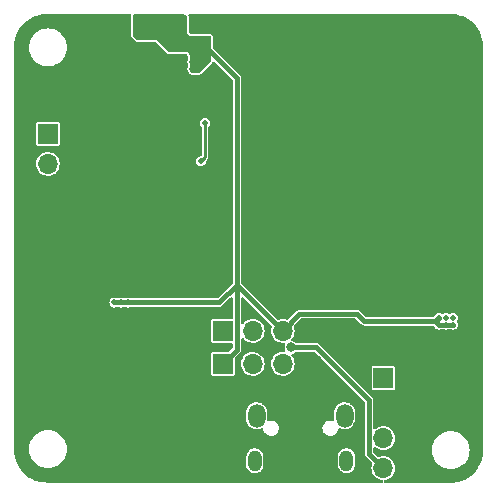
<source format=gbr>
%TF.GenerationSoftware,KiCad,Pcbnew,(6.0.2)*%
%TF.CreationDate,2022-04-10T13:15:26+02:00*%
%TF.ProjectId,V3,56332e6b-6963-4616-945f-706362585858,rev?*%
%TF.SameCoordinates,Original*%
%TF.FileFunction,Copper,L2,Bot*%
%TF.FilePolarity,Positive*%
%FSLAX46Y46*%
G04 Gerber Fmt 4.6, Leading zero omitted, Abs format (unit mm)*
G04 Created by KiCad (PCBNEW (6.0.2)) date 2022-04-10 13:15:26*
%MOMM*%
%LPD*%
G01*
G04 APERTURE LIST*
%TA.AperFunction,ComponentPad*%
%ADD10R,1.700000X1.700000*%
%TD*%
%TA.AperFunction,ComponentPad*%
%ADD11O,1.700000X1.700000*%
%TD*%
%TA.AperFunction,ComponentPad*%
%ADD12O,1.450000X2.000000*%
%TD*%
%TA.AperFunction,ComponentPad*%
%ADD13O,1.150000X1.800000*%
%TD*%
%TA.AperFunction,ViaPad*%
%ADD14C,0.500000*%
%TD*%
%TA.AperFunction,ViaPad*%
%ADD15C,0.800000*%
%TD*%
%TA.AperFunction,Conductor*%
%ADD16C,0.254000*%
%TD*%
%TA.AperFunction,Conductor*%
%ADD17C,0.400000*%
%TD*%
G04 APERTURE END LIST*
D10*
%TO.P,J6,1,Pin_1*%
%TO.N,+3V3*%
X121400000Y-131400000D03*
D11*
%TO.P,J6,2,Pin_2*%
%TO.N,/SDA*%
X123940000Y-131400000D03*
%TO.P,J6,3,Pin_3*%
%TO.N,/SCL*%
X126480000Y-131400000D03*
%TO.P,J6,4,Pin_4*%
%TO.N,GND*%
X129020000Y-131400000D03*
%TD*%
D10*
%TO.P,J2,1,Pin_1*%
%TO.N,+BATT*%
X106600000Y-111925000D03*
D11*
%TO.P,J2,2,Pin_2*%
%TO.N,-BATT*%
X106600000Y-114465000D03*
%TD*%
D10*
%TO.P,J4,1,Pin_1*%
%TO.N,+3.3VA*%
X135000000Y-132600000D03*
D11*
%TO.P,J4,2,Pin_2*%
%TO.N,GND*%
X135000000Y-135140000D03*
%TO.P,J4,3,Pin_3*%
%TO.N,unconnected-(J4-Pad3)*%
X135000000Y-137680000D03*
%TO.P,J4,4,Pin_4*%
%TO.N,/MIC*%
X135000000Y-140220000D03*
%TD*%
D10*
%TO.P,J5,1,Pin_1*%
%TO.N,/SDA*%
X121400000Y-128600000D03*
D11*
%TO.P,J5,2,Pin_2*%
%TO.N,/SCL*%
X123940000Y-128600000D03*
%TO.P,J5,3,Pin_3*%
%TO.N,+3V3*%
X126480000Y-128600000D03*
%TO.P,J5,4,Pin_4*%
%TO.N,GND*%
X129020000Y-128600000D03*
%TD*%
D12*
%TO.P,J1,6*%
%TO.N,N/C*%
X124270000Y-135795000D03*
D13*
X124120000Y-139595000D03*
D12*
X131720000Y-135795000D03*
D13*
X131870000Y-139595000D03*
%TD*%
D14*
%TO.N,GND*%
X114700000Y-125200000D03*
X114100000Y-125200000D03*
X115300000Y-125200000D03*
X115900000Y-125200000D03*
X112300000Y-125200000D03*
X111700000Y-125200000D03*
X112900000Y-125200000D03*
X113500000Y-125200000D03*
%TO.N,Net-(C4-Pad1)*%
X119900000Y-111000000D03*
X119550000Y-114250000D03*
%TO.N,GND*%
X125900000Y-138600000D03*
X126500000Y-139200000D03*
X126500000Y-138600000D03*
X127100000Y-139800000D03*
X127100000Y-139200000D03*
X127700000Y-138600000D03*
X128900000Y-139200000D03*
X125900000Y-139800000D03*
X130100000Y-139800000D03*
X125900000Y-139200000D03*
X129500000Y-139200000D03*
X129500000Y-139800000D03*
X129500000Y-138600000D03*
X128900000Y-138600000D03*
X128300000Y-138600000D03*
X127700000Y-139200000D03*
X128300000Y-139800000D03*
X130100000Y-139200000D03*
X126500000Y-139800000D03*
X127100000Y-138600000D03*
X128900000Y-139800000D03*
X128300000Y-139200000D03*
X127700000Y-139800000D03*
X130100000Y-138600000D03*
%TO.N,+3V3*%
X139700000Y-127500000D03*
X140300000Y-127500000D03*
X140900000Y-128075000D03*
X139700000Y-128075000D03*
X140300000Y-128075000D03*
X140900000Y-127500000D03*
%TO.N,GND*%
X114800000Y-106000000D03*
X142600000Y-104000000D03*
X111600000Y-139000000D03*
X128800000Y-114000000D03*
X115400000Y-132400000D03*
X128800000Y-117600000D03*
X141400000Y-120200000D03*
X128200000Y-117600000D03*
X142600000Y-116600000D03*
X115279402Y-117151989D03*
X114600000Y-140800000D03*
X114000000Y-139000000D03*
X128800000Y-114600000D03*
X129400000Y-115800000D03*
X115400000Y-111600000D03*
X118800000Y-103200000D03*
X140800000Y-116600000D03*
X129400000Y-114000000D03*
X114800000Y-133000000D03*
X126400000Y-117600000D03*
X113600000Y-132400000D03*
X119400000Y-103200000D03*
X110600000Y-121200000D03*
X130000000Y-118200000D03*
X113600000Y-130600000D03*
X127600000Y-117600000D03*
X133000000Y-115800000D03*
X126400000Y-116400000D03*
X110000000Y-121200000D03*
X127600000Y-115800000D03*
X112800000Y-140800000D03*
X113400000Y-139600000D03*
X140800000Y-118400000D03*
X112800000Y-139600000D03*
X114800000Y-107200000D03*
X128200000Y-114600000D03*
X114800000Y-131200000D03*
X140800000Y-119000000D03*
X114800000Y-107800000D03*
X142000000Y-103400000D03*
X111600000Y-139600000D03*
X141400000Y-102800000D03*
X114800000Y-106600000D03*
X112200000Y-139600000D03*
X142000000Y-102800000D03*
X128200000Y-115200000D03*
X111200000Y-121200000D03*
X120000000Y-102000000D03*
X112800000Y-139000000D03*
X114600000Y-139000000D03*
X142000000Y-117200000D03*
X131200000Y-117600000D03*
X109400000Y-118400000D03*
X130600000Y-115800000D03*
X142600000Y-103400000D03*
X113600000Y-133000000D03*
X142600000Y-119000000D03*
X111800000Y-120600000D03*
X142000000Y-118400000D03*
X142000000Y-119000000D03*
X142600000Y-117800000D03*
X141400000Y-117800000D03*
X114200000Y-129400000D03*
X111400000Y-108200000D03*
X111400000Y-108800000D03*
X114200000Y-132400000D03*
X113600000Y-130000000D03*
X133000000Y-117600000D03*
X113600000Y-131800000D03*
X113600000Y-120600000D03*
X111200000Y-120600000D03*
X133000000Y-118200000D03*
X126400000Y-115200000D03*
X114800000Y-128800000D03*
X128200000Y-117000000D03*
X129400000Y-117600000D03*
X120000000Y-103200000D03*
X140800000Y-102800000D03*
X111800000Y-121200000D03*
X114200000Y-130600000D03*
X113000000Y-120600000D03*
X128200000Y-115800000D03*
X130000000Y-114000000D03*
X110400000Y-140800000D03*
X142000000Y-120200000D03*
X130600000Y-116400000D03*
X110600000Y-120600000D03*
X141400000Y-118400000D03*
X128200000Y-116400000D03*
X130600000Y-117000000D03*
X119400000Y-102600000D03*
X127000000Y-117600000D03*
X127600000Y-118200000D03*
X131800000Y-116400000D03*
X131800000Y-114600000D03*
X114200000Y-130000000D03*
X128800000Y-117000000D03*
X128800000Y-115800000D03*
X127000000Y-118200000D03*
X119400000Y-102000000D03*
X114200000Y-131800000D03*
X132400000Y-118200000D03*
X127000000Y-115200000D03*
X141400000Y-102200000D03*
X130000000Y-115200000D03*
X114600000Y-140200000D03*
X112400000Y-120600000D03*
X108800000Y-120600000D03*
X140800000Y-117800000D03*
X131200000Y-115200000D03*
X115400000Y-128800000D03*
X114600000Y-139600000D03*
X131800000Y-118200000D03*
X126400000Y-114000000D03*
X131200000Y-118200000D03*
X130000000Y-115800000D03*
X111600000Y-140800000D03*
X129400000Y-114600000D03*
X113600000Y-129400000D03*
X128200000Y-114000000D03*
X127000000Y-116400000D03*
X141400000Y-116000000D03*
X127600000Y-114000000D03*
X130600000Y-114000000D03*
X133000000Y-114000000D03*
X126400000Y-114600000D03*
X120000000Y-102600000D03*
X140800000Y-104000000D03*
X142600000Y-120200000D03*
X115400000Y-130600000D03*
X114000000Y-140800000D03*
X140800000Y-120200000D03*
X110000000Y-120600000D03*
X130000000Y-116400000D03*
X142000000Y-104000000D03*
X111000000Y-140200000D03*
X112200000Y-140800000D03*
X142600000Y-117200000D03*
X129400000Y-117000000D03*
X127600000Y-117000000D03*
X115400000Y-133000000D03*
X130600000Y-117600000D03*
X132400000Y-115200000D03*
X109400000Y-120600000D03*
X112200000Y-140200000D03*
X140800000Y-119600000D03*
X129400000Y-116400000D03*
X131200000Y-117000000D03*
X111000000Y-139600000D03*
X112800000Y-140200000D03*
X131800000Y-114000000D03*
X113995004Y-139600000D03*
X113600000Y-128800000D03*
X131800000Y-117000000D03*
X113600000Y-116000000D03*
X114800000Y-130000000D03*
X110400000Y-140200000D03*
X128800000Y-115200000D03*
X142600000Y-119600000D03*
X108200000Y-119600000D03*
X114800000Y-131800000D03*
X115400000Y-129400000D03*
X132400000Y-115800000D03*
X118800000Y-102600000D03*
X133000000Y-116400000D03*
X115400000Y-110400000D03*
X131200000Y-115800000D03*
X132400000Y-114000000D03*
X132400000Y-117600000D03*
X114800000Y-130600000D03*
X133000000Y-115200000D03*
X130000000Y-117600000D03*
X112400000Y-121200000D03*
X114200000Y-133000000D03*
X113600000Y-121200000D03*
X141400000Y-119600000D03*
X112000000Y-108200000D03*
X127600000Y-116400000D03*
X140800000Y-103400000D03*
X115400000Y-130000000D03*
X142000000Y-119600000D03*
X132400000Y-117000000D03*
X126400000Y-117000000D03*
X114800000Y-129400000D03*
X115400000Y-106000000D03*
X142000000Y-117800000D03*
X130600000Y-114600000D03*
X110400000Y-139600000D03*
X128200000Y-118200000D03*
X118800000Y-102000000D03*
X141400000Y-103400000D03*
X142000000Y-116600000D03*
X131800000Y-115800000D03*
X140800000Y-117200000D03*
X140800000Y-116000000D03*
X115400000Y-112200000D03*
X108800000Y-119000000D03*
X131200000Y-114600000D03*
X130600000Y-115200000D03*
X133000000Y-114600000D03*
X126400000Y-118200000D03*
X112200000Y-139000000D03*
X115400000Y-111000000D03*
X132400000Y-116400000D03*
X130600000Y-118200000D03*
X140800000Y-102200000D03*
X108800000Y-121200000D03*
X130000000Y-117000000D03*
X115400000Y-131800000D03*
X141400000Y-104000000D03*
X129400000Y-118200000D03*
X131800000Y-117600000D03*
X113600000Y-116600000D03*
X115400000Y-106600000D03*
X126400000Y-115800000D03*
X109400000Y-121200000D03*
X141400000Y-119000000D03*
X109900000Y-117900000D03*
X129400000Y-115200000D03*
X131200000Y-114000000D03*
X113000000Y-121200000D03*
X127600000Y-114600000D03*
X131200000Y-116400000D03*
X113400000Y-140800000D03*
X127000000Y-115800000D03*
X113400000Y-139000000D03*
X114650000Y-117150000D03*
X130000000Y-114600000D03*
X113400000Y-140200000D03*
X112000000Y-108800000D03*
X115400000Y-131200000D03*
X115939552Y-117154297D03*
X113600000Y-131200000D03*
X127600000Y-115200000D03*
X127000000Y-117000000D03*
X128800000Y-116400000D03*
X114200000Y-128800000D03*
X133000000Y-117000000D03*
X114200000Y-131200000D03*
X141400000Y-117200000D03*
X142600000Y-116000000D03*
X110400000Y-139000000D03*
X142600000Y-118400000D03*
X127000000Y-114000000D03*
X114000000Y-140200000D03*
X114800000Y-132400000D03*
X111600000Y-140200000D03*
X141400000Y-116600000D03*
X142000000Y-116000000D03*
X127000000Y-114600000D03*
X111000000Y-139000000D03*
X128800000Y-118200000D03*
X131800000Y-115200000D03*
X111000000Y-140800000D03*
X132400000Y-114600000D03*
%TO.N,+3V3*%
X118825000Y-106400000D03*
X119400000Y-106400000D03*
X119400000Y-105800000D03*
X119400000Y-104000000D03*
X115000000Y-103600000D03*
X118825000Y-105800000D03*
X112225000Y-126200000D03*
X112800000Y-126200000D03*
X120000000Y-104600000D03*
X113400000Y-126200000D03*
X115600000Y-103600000D03*
X118825000Y-104000000D03*
X119400000Y-104600000D03*
X120000000Y-104000000D03*
X120000000Y-105800000D03*
X119400000Y-105200000D03*
X118825000Y-104600000D03*
X118825000Y-105200000D03*
X120000000Y-105200000D03*
X114425000Y-103600000D03*
D15*
%TO.N,/MIC*%
X127200000Y-130000000D03*
%TD*%
D16*
%TO.N,Net-(C4-Pad1)*%
X119900000Y-113900000D02*
X119900000Y-111000000D01*
X119550000Y-114250000D02*
X119900000Y-113900000D01*
D17*
%TO.N,+3V3*%
X133400000Y-127800000D02*
X139400000Y-127800000D01*
X132800000Y-127200000D02*
X133400000Y-127800000D01*
X127880000Y-127200000D02*
X132800000Y-127200000D01*
X126480000Y-128600000D02*
X127880000Y-127200000D01*
X139675000Y-128075000D02*
X139400000Y-127800000D01*
X140900000Y-128075000D02*
X139675000Y-128075000D01*
X139400000Y-127800000D02*
X139700000Y-127500000D01*
%TO.N,/MIC*%
X133800489Y-134484123D02*
X133800489Y-139020489D01*
X129316366Y-130000000D02*
X133800489Y-134484123D01*
X133800489Y-139020489D02*
X135000000Y-140220000D01*
X127200000Y-130000000D02*
X129316366Y-130000000D01*
%TO.N,+3V3*%
X122600000Y-107200000D02*
X122600000Y-124000000D01*
X126480000Y-128600000D02*
X122600000Y-124720000D01*
X122600000Y-124720000D02*
X122600000Y-124000000D01*
X119400000Y-104000000D02*
X122600000Y-107200000D01*
X121120000Y-126200000D02*
X112225000Y-126200000D01*
X122600000Y-130200000D02*
X121400000Y-131400000D01*
X122600000Y-124720000D02*
X121120000Y-126200000D01*
X122600000Y-124000000D02*
X122600000Y-130200000D01*
%TD*%
%TA.AperFunction,Conductor*%
%TO.N,+3V3*%
G36*
X118215931Y-101820002D02*
G01*
X118236905Y-101836905D01*
X118340464Y-101940464D01*
X118374490Y-102002776D01*
X118375817Y-102009846D01*
X118395095Y-102131562D01*
X118395311Y-102131986D01*
X118400000Y-102161595D01*
X118400000Y-102438405D01*
X118395311Y-102468014D01*
X118395095Y-102468438D01*
X118374258Y-102600000D01*
X118395095Y-102731562D01*
X118395311Y-102731986D01*
X118400000Y-102761595D01*
X118400000Y-103038405D01*
X118395311Y-103068014D01*
X118395095Y-103068438D01*
X118374258Y-103200000D01*
X118395095Y-103331562D01*
X118395311Y-103331986D01*
X118400000Y-103361595D01*
X118400000Y-103400000D01*
X118600000Y-103600000D01*
X118638405Y-103600000D01*
X118668014Y-103604689D01*
X118668438Y-103604905D01*
X118678231Y-103606456D01*
X118678234Y-103606457D01*
X118790207Y-103624191D01*
X118800000Y-103625742D01*
X118809793Y-103624191D01*
X118921766Y-103606457D01*
X118921769Y-103606456D01*
X118931562Y-103604905D01*
X118931986Y-103604689D01*
X118961595Y-103600000D01*
X119238405Y-103600000D01*
X119268014Y-103604689D01*
X119268438Y-103604905D01*
X119278231Y-103606456D01*
X119278234Y-103606457D01*
X119390207Y-103624191D01*
X119400000Y-103625742D01*
X119409793Y-103624191D01*
X119521766Y-103606457D01*
X119521769Y-103606456D01*
X119531562Y-103604905D01*
X119531986Y-103604689D01*
X119561595Y-103600000D01*
X119838405Y-103600000D01*
X119868014Y-103604689D01*
X119868438Y-103604905D01*
X119878231Y-103606456D01*
X119878234Y-103606457D01*
X119990207Y-103624191D01*
X120000000Y-103625742D01*
X120009793Y-103624191D01*
X120121766Y-103606457D01*
X120121769Y-103606456D01*
X120131562Y-103604905D01*
X120131986Y-103604689D01*
X120161595Y-103600000D01*
X120274000Y-103600000D01*
X120342121Y-103620002D01*
X120388614Y-103673658D01*
X120400000Y-103726000D01*
X120400000Y-105747810D01*
X120379998Y-105815931D01*
X120363095Y-105836905D01*
X119436905Y-106763095D01*
X119374593Y-106797121D01*
X119347810Y-106800000D01*
X118852190Y-106800000D01*
X118784069Y-106779998D01*
X118763095Y-106763095D01*
X118636905Y-106636905D01*
X118602879Y-106574593D01*
X118600000Y-106547810D01*
X118600000Y-105200000D01*
X118400000Y-105000000D01*
X116852190Y-105000000D01*
X116784069Y-104979998D01*
X116763095Y-104963095D01*
X115800000Y-104000000D01*
X114252190Y-104000000D01*
X114184069Y-103979998D01*
X114163095Y-103963095D01*
X113836905Y-103636905D01*
X113802879Y-103574593D01*
X113800000Y-103547810D01*
X113800000Y-101926000D01*
X113820002Y-101857879D01*
X113873658Y-101811386D01*
X113926000Y-101800000D01*
X118147810Y-101800000D01*
X118215931Y-101820002D01*
G37*
%TD.AperFunction*%
%TD*%
%TA.AperFunction,Conductor*%
%TO.N,GND*%
G36*
X140655558Y-101750268D02*
G01*
X140668306Y-101750268D01*
X140684329Y-101754561D01*
X140700182Y-101750314D01*
X140705622Y-101750466D01*
X140986903Y-101766262D01*
X141000935Y-101767843D01*
X141146835Y-101792633D01*
X141292729Y-101817421D01*
X141306504Y-101820565D01*
X141590909Y-101902501D01*
X141604246Y-101907168D01*
X141757014Y-101970446D01*
X141877691Y-102020432D01*
X141890414Y-102026559D01*
X142149462Y-102169730D01*
X142161418Y-102177243D01*
X142402805Y-102348518D01*
X142413851Y-102357327D01*
X142634538Y-102554544D01*
X142644530Y-102564536D01*
X142841747Y-102785223D01*
X142850556Y-102796269D01*
X143021831Y-103037656D01*
X143029344Y-103049612D01*
X143150289Y-103268445D01*
X143172513Y-103308656D01*
X143178642Y-103321383D01*
X143220928Y-103423470D01*
X143291906Y-103594828D01*
X143296573Y-103608165D01*
X143378509Y-103892570D01*
X143381653Y-103906345D01*
X143430507Y-104193876D01*
X143431230Y-104198134D01*
X143432812Y-104212171D01*
X143448474Y-104491065D01*
X143448608Y-104493452D01*
X143448760Y-104498892D01*
X143444513Y-104514745D01*
X143448806Y-104530767D01*
X143448806Y-104543392D01*
X143449821Y-104551082D01*
X143454826Y-115469392D01*
X143465458Y-138663671D01*
X143464478Y-138671131D01*
X143464478Y-138683976D01*
X143460184Y-138700000D01*
X143464431Y-138715852D01*
X143464279Y-138721288D01*
X143460059Y-138796428D01*
X143448998Y-138993406D01*
X143448483Y-139002570D01*
X143446902Y-139016606D01*
X143429398Y-139119627D01*
X143397324Y-139308400D01*
X143394180Y-139322175D01*
X143312244Y-139606580D01*
X143307577Y-139619917D01*
X143261374Y-139731462D01*
X143198330Y-139883666D01*
X143194315Y-139893358D01*
X143188186Y-139906085D01*
X143045015Y-140165133D01*
X143037502Y-140177089D01*
X142866227Y-140418476D01*
X142857418Y-140429522D01*
X142660201Y-140650209D01*
X142650209Y-140660201D01*
X142429522Y-140857418D01*
X142418476Y-140866227D01*
X142177089Y-141037502D01*
X142165133Y-141045015D01*
X141906085Y-141188186D01*
X141893362Y-141194313D01*
X141818985Y-141225121D01*
X141619917Y-141307577D01*
X141606580Y-141312244D01*
X141322175Y-141394180D01*
X141308400Y-141397324D01*
X141162506Y-141422112D01*
X141016606Y-141446902D01*
X141002574Y-141448483D01*
X140723680Y-141464145D01*
X140721293Y-141464279D01*
X140715853Y-141464431D01*
X140700000Y-141460184D01*
X140683977Y-141464477D01*
X140671131Y-141464477D01*
X140663672Y-141465457D01*
X138045457Y-141464214D01*
X135169213Y-141462849D01*
X135101102Y-141442815D01*
X135054635Y-141389137D01*
X135044564Y-141318858D01*
X135074088Y-141254291D01*
X135133832Y-141215936D01*
X135159605Y-141211220D01*
X135168434Y-141210541D01*
X135168438Y-141210540D01*
X135174576Y-141210068D01*
X135363556Y-141157303D01*
X135538689Y-141068837D01*
X135568515Y-141045535D01*
X135688453Y-140951829D01*
X135693303Y-140948040D01*
X135723084Y-140913539D01*
X135817485Y-140804173D01*
X135817485Y-140804172D01*
X135821509Y-140799511D01*
X135918425Y-140628909D01*
X135980358Y-140442732D01*
X136004949Y-140248071D01*
X136005245Y-140226873D01*
X136005292Y-140223523D01*
X136005292Y-140223519D01*
X136005341Y-140220000D01*
X135986194Y-140024728D01*
X135984413Y-140018829D01*
X135984412Y-140018824D01*
X135931265Y-139842793D01*
X135929484Y-139836894D01*
X135837370Y-139663653D01*
X135713361Y-139511602D01*
X135562180Y-139386535D01*
X135389585Y-139293213D01*
X135245373Y-139248572D01*
X135208039Y-139237015D01*
X135208036Y-139237014D01*
X135202152Y-139235193D01*
X135196027Y-139234549D01*
X135196026Y-139234549D01*
X135013147Y-139215327D01*
X135013146Y-139215327D01*
X135007019Y-139214683D01*
X134904687Y-139223996D01*
X134817759Y-139231907D01*
X134817758Y-139231907D01*
X134811618Y-139232466D01*
X134805704Y-139234207D01*
X134805702Y-139234207D01*
X134756895Y-139248572D01*
X134648923Y-139280350D01*
X134577928Y-139280396D01*
X134524254Y-139248572D01*
X134187894Y-138912212D01*
X134153868Y-138849900D01*
X134150989Y-138823117D01*
X134150989Y-138700000D01*
X139094551Y-138700000D01*
X139114317Y-138951148D01*
X139115471Y-138955955D01*
X139115472Y-138955961D01*
X139142121Y-139066962D01*
X139173127Y-139196111D01*
X139175020Y-139200682D01*
X139175021Y-139200684D01*
X139253631Y-139390465D01*
X139269534Y-139428859D01*
X139401164Y-139643659D01*
X139404376Y-139647419D01*
X139404379Y-139647424D01*
X139418240Y-139663653D01*
X139564776Y-139835224D01*
X139568538Y-139838437D01*
X139752576Y-139995621D01*
X139752581Y-139995624D01*
X139756341Y-139998836D01*
X139971141Y-140130466D01*
X139975711Y-140132359D01*
X139975715Y-140132361D01*
X140178834Y-140216495D01*
X140203889Y-140226873D01*
X140277503Y-140244546D01*
X140444039Y-140284528D01*
X140444045Y-140284529D01*
X140448852Y-140285683D01*
X140537149Y-140292632D01*
X140634661Y-140300307D01*
X140634670Y-140300307D01*
X140637118Y-140300500D01*
X140762882Y-140300500D01*
X140765330Y-140300307D01*
X140765339Y-140300307D01*
X140862851Y-140292632D01*
X140951148Y-140285683D01*
X140955955Y-140284529D01*
X140955961Y-140284528D01*
X141122497Y-140244546D01*
X141196111Y-140226873D01*
X141221166Y-140216495D01*
X141424285Y-140132361D01*
X141424289Y-140132359D01*
X141428859Y-140130466D01*
X141643659Y-139998836D01*
X141647419Y-139995624D01*
X141647424Y-139995621D01*
X141831462Y-139838437D01*
X141835224Y-139835224D01*
X141981760Y-139663653D01*
X141995621Y-139647424D01*
X141995624Y-139647419D01*
X141998836Y-139643659D01*
X142130466Y-139428859D01*
X142146370Y-139390465D01*
X142224979Y-139200684D01*
X142224980Y-139200682D01*
X142226873Y-139196111D01*
X142257879Y-139066962D01*
X142284528Y-138955961D01*
X142284529Y-138955955D01*
X142285683Y-138951148D01*
X142305449Y-138700000D01*
X142285683Y-138448852D01*
X142281003Y-138429355D01*
X142241346Y-138264173D01*
X142226873Y-138203889D01*
X142183558Y-138099316D01*
X142132361Y-137975715D01*
X142132359Y-137975711D01*
X142130466Y-137971141D01*
X141998836Y-137756341D01*
X141995624Y-137752581D01*
X141995621Y-137752576D01*
X141838437Y-137568538D01*
X141835224Y-137564776D01*
X141817052Y-137549256D01*
X141647424Y-137404379D01*
X141647419Y-137404376D01*
X141643659Y-137401164D01*
X141428859Y-137269534D01*
X141424289Y-137267641D01*
X141424285Y-137267639D01*
X141200684Y-137175021D01*
X141200682Y-137175020D01*
X141196111Y-137173127D01*
X141089241Y-137147470D01*
X140955961Y-137115472D01*
X140955955Y-137115471D01*
X140951148Y-137114317D01*
X140862851Y-137107368D01*
X140765339Y-137099693D01*
X140765330Y-137099693D01*
X140762882Y-137099500D01*
X140637118Y-137099500D01*
X140634670Y-137099693D01*
X140634661Y-137099693D01*
X140537149Y-137107368D01*
X140448852Y-137114317D01*
X140444045Y-137115471D01*
X140444039Y-137115472D01*
X140310759Y-137147470D01*
X140203889Y-137173127D01*
X140199318Y-137175020D01*
X140199316Y-137175021D01*
X139975715Y-137267639D01*
X139975711Y-137267641D01*
X139971141Y-137269534D01*
X139756341Y-137401164D01*
X139752581Y-137404376D01*
X139752576Y-137404379D01*
X139582948Y-137549256D01*
X139564776Y-137564776D01*
X139561563Y-137568538D01*
X139404379Y-137752576D01*
X139404376Y-137752581D01*
X139401164Y-137756341D01*
X139269534Y-137971141D01*
X139267641Y-137975711D01*
X139267639Y-137975715D01*
X139216442Y-138099316D01*
X139173127Y-138203889D01*
X139158654Y-138264173D01*
X139118998Y-138429355D01*
X139114317Y-138448852D01*
X139094551Y-138700000D01*
X134150989Y-138700000D01*
X134150989Y-138543969D01*
X134170991Y-138475848D01*
X134224647Y-138429355D01*
X134294921Y-138419251D01*
X134358652Y-138448015D01*
X134426238Y-138505535D01*
X134431616Y-138508541D01*
X134431618Y-138508542D01*
X134467932Y-138528837D01*
X134597513Y-138601257D01*
X134784118Y-138661889D01*
X134978946Y-138685121D01*
X134985081Y-138684649D01*
X134985083Y-138684649D01*
X135168434Y-138670541D01*
X135168438Y-138670540D01*
X135174576Y-138670068D01*
X135363556Y-138617303D01*
X135538689Y-138528837D01*
X135568515Y-138505535D01*
X135688453Y-138411829D01*
X135693303Y-138408040D01*
X135744393Y-138348852D01*
X135817485Y-138264173D01*
X135817485Y-138264172D01*
X135821509Y-138259511D01*
X135918425Y-138088909D01*
X135980358Y-137902732D01*
X136004949Y-137708071D01*
X136005341Y-137680000D01*
X135986194Y-137484728D01*
X135984413Y-137478829D01*
X135984412Y-137478824D01*
X135931265Y-137302793D01*
X135929484Y-137296894D01*
X135837370Y-137123653D01*
X135713361Y-136971602D01*
X135562180Y-136846535D01*
X135389585Y-136753213D01*
X135264853Y-136714602D01*
X135208039Y-136697015D01*
X135208036Y-136697014D01*
X135202152Y-136695193D01*
X135196027Y-136694549D01*
X135196026Y-136694549D01*
X135013147Y-136675327D01*
X135013146Y-136675327D01*
X135007019Y-136674683D01*
X134884383Y-136685844D01*
X134817759Y-136691907D01*
X134817758Y-136691907D01*
X134811618Y-136692466D01*
X134805704Y-136694207D01*
X134805702Y-136694207D01*
X134736407Y-136714602D01*
X134623393Y-136747864D01*
X134617928Y-136750721D01*
X134454972Y-136835912D01*
X134454968Y-136835915D01*
X134449512Y-136838767D01*
X134444712Y-136842627D01*
X134444711Y-136842627D01*
X134355941Y-136914000D01*
X134290319Y-136941096D01*
X134220464Y-136928413D01*
X134168556Y-136879977D01*
X134150989Y-136815803D01*
X134150989Y-134534949D01*
X134153022Y-134515850D01*
X134153249Y-134511046D01*
X134155441Y-134500863D01*
X134151862Y-134470624D01*
X134151553Y-134465376D01*
X134151417Y-134465387D01*
X134150989Y-134460208D01*
X134150989Y-134455008D01*
X134150136Y-134449882D01*
X134150135Y-134449873D01*
X134148102Y-134437660D01*
X134147265Y-134431784D01*
X134142950Y-134395326D01*
X134142950Y-134395325D01*
X134141726Y-134384985D01*
X134138065Y-134377362D01*
X134136677Y-134369020D01*
X134114295Y-134327539D01*
X134111622Y-134322292D01*
X134091216Y-134279797D01*
X134087897Y-134275849D01*
X134085968Y-134273920D01*
X134084499Y-134272319D01*
X134084242Y-134271842D01*
X134084265Y-134271821D01*
X134084176Y-134271720D01*
X134081267Y-134266329D01*
X134044853Y-134232668D01*
X134041287Y-134229239D01*
X133276868Y-133464820D01*
X133999500Y-133464820D01*
X134008233Y-133508722D01*
X134015127Y-133519040D01*
X134015128Y-133519042D01*
X134034601Y-133548185D01*
X134041496Y-133558504D01*
X134051815Y-133565399D01*
X134080958Y-133584872D01*
X134080960Y-133584873D01*
X134091278Y-133591767D01*
X134135180Y-133600500D01*
X135864820Y-133600500D01*
X135908722Y-133591767D01*
X135919040Y-133584873D01*
X135919042Y-133584872D01*
X135948185Y-133565399D01*
X135958504Y-133558504D01*
X135965399Y-133548185D01*
X135984872Y-133519042D01*
X135984873Y-133519040D01*
X135991767Y-133508722D01*
X136000500Y-133464820D01*
X136000500Y-131735180D01*
X135991767Y-131691278D01*
X135984873Y-131680960D01*
X135984872Y-131680958D01*
X135965399Y-131651815D01*
X135958504Y-131641496D01*
X135939180Y-131628584D01*
X135919042Y-131615128D01*
X135919040Y-131615127D01*
X135908722Y-131608233D01*
X135864820Y-131599500D01*
X134135180Y-131599500D01*
X134091278Y-131608233D01*
X134080960Y-131615127D01*
X134080958Y-131615128D01*
X134060820Y-131628584D01*
X134041496Y-131641496D01*
X134034601Y-131651815D01*
X134015128Y-131680958D01*
X134015127Y-131680960D01*
X134008233Y-131691278D01*
X133999500Y-131735180D01*
X133999500Y-133464820D01*
X133276868Y-133464820D01*
X129600149Y-129788101D01*
X129588071Y-129773147D01*
X129584839Y-129769595D01*
X129579191Y-129760848D01*
X129555280Y-129741998D01*
X129551345Y-129738501D01*
X129551257Y-129738605D01*
X129547298Y-129735250D01*
X129543620Y-129731572D01*
X129539395Y-129728553D01*
X129539387Y-129728546D01*
X129529286Y-129721328D01*
X129524539Y-129717764D01*
X129514084Y-129709522D01*
X129487555Y-129688608D01*
X129479579Y-129685807D01*
X129472697Y-129680889D01*
X129427530Y-129667381D01*
X129421924Y-129665559D01*
X129384943Y-129652572D01*
X129384937Y-129652571D01*
X129377460Y-129649945D01*
X129372322Y-129649500D01*
X129369603Y-129649500D01*
X129367421Y-129649405D01*
X129366886Y-129649245D01*
X129366887Y-129649218D01*
X129366769Y-129649211D01*
X129360902Y-129647456D01*
X129311347Y-129649403D01*
X129306400Y-129649500D01*
X127685409Y-129649500D01*
X127617288Y-129629498D01*
X127597128Y-129613252D01*
X127592621Y-129607379D01*
X127477625Y-129519139D01*
X127343709Y-129463670D01*
X127321592Y-129460758D01*
X127317087Y-129460165D01*
X127252159Y-129431443D01*
X127213068Y-129372177D01*
X127212223Y-129301186D01*
X127238152Y-129252912D01*
X127297480Y-129184180D01*
X127297485Y-129184173D01*
X127301509Y-129179511D01*
X127398425Y-129008909D01*
X127460358Y-128822732D01*
X127484949Y-128628071D01*
X127485341Y-128600000D01*
X127466194Y-128404728D01*
X127464413Y-128398829D01*
X127464412Y-128398824D01*
X127419523Y-128250145D01*
X127418982Y-128179150D01*
X127451050Y-128124632D01*
X127988277Y-127587405D01*
X128050589Y-127553379D01*
X128077372Y-127550500D01*
X132602628Y-127550500D01*
X132670749Y-127570502D01*
X132691723Y-127587405D01*
X133116217Y-128011899D01*
X133128295Y-128026853D01*
X133131527Y-128030405D01*
X133137175Y-128039152D01*
X133145352Y-128045598D01*
X133161086Y-128058002D01*
X133165021Y-128061499D01*
X133165109Y-128061395D01*
X133169068Y-128064750D01*
X133172746Y-128068428D01*
X133176971Y-128071447D01*
X133176979Y-128071454D01*
X133187080Y-128078672D01*
X133191827Y-128082236D01*
X133228811Y-128111392D01*
X133236787Y-128114193D01*
X133243669Y-128119111D01*
X133253647Y-128122095D01*
X133253649Y-128122096D01*
X133288809Y-128132611D01*
X133294457Y-128134446D01*
X133331423Y-128147428D01*
X133331429Y-128147429D01*
X133338906Y-128150055D01*
X133344044Y-128150500D01*
X133346749Y-128150500D01*
X133348945Y-128150595D01*
X133349480Y-128150755D01*
X133349479Y-128150782D01*
X133349595Y-128150789D01*
X133355463Y-128152544D01*
X133405019Y-128150597D01*
X133409966Y-128150500D01*
X139189317Y-128150500D01*
X139257438Y-128170502D01*
X139301584Y-128219297D01*
X139355567Y-128325245D01*
X139449755Y-128419433D01*
X139568438Y-128479905D01*
X139700000Y-128500742D01*
X139831562Y-128479905D01*
X139911386Y-128439233D01*
X139968588Y-128425500D01*
X140031412Y-128425500D01*
X140088614Y-128439233D01*
X140168438Y-128479905D01*
X140300000Y-128500742D01*
X140431562Y-128479905D01*
X140511386Y-128439233D01*
X140568588Y-128425500D01*
X140631412Y-128425500D01*
X140688614Y-128439233D01*
X140768438Y-128479905D01*
X140900000Y-128500742D01*
X141031562Y-128479905D01*
X141150245Y-128419433D01*
X141244433Y-128325245D01*
X141272887Y-128269400D01*
X141300404Y-128215396D01*
X141300404Y-128215395D01*
X141304905Y-128206562D01*
X141325742Y-128075000D01*
X141304905Y-127943438D01*
X141280938Y-127896399D01*
X141254597Y-127844703D01*
X141241493Y-127774926D01*
X141254597Y-127730297D01*
X141300404Y-127640396D01*
X141300404Y-127640395D01*
X141304905Y-127631562D01*
X141325742Y-127500000D01*
X141304905Y-127368438D01*
X141244433Y-127249755D01*
X141150245Y-127155567D01*
X141031562Y-127095095D01*
X140900000Y-127074258D01*
X140768438Y-127095095D01*
X140759605Y-127099596D01*
X140759604Y-127099596D01*
X140657203Y-127151772D01*
X140587426Y-127164876D01*
X140542797Y-127151772D01*
X140440396Y-127099596D01*
X140440395Y-127099596D01*
X140431562Y-127095095D01*
X140300000Y-127074258D01*
X140168438Y-127095095D01*
X140159605Y-127099596D01*
X140159604Y-127099596D01*
X140057203Y-127151772D01*
X139987426Y-127164876D01*
X139942797Y-127151772D01*
X139840396Y-127099596D01*
X139840395Y-127099596D01*
X139831562Y-127095095D01*
X139700000Y-127074258D01*
X139568438Y-127095095D01*
X139449755Y-127155567D01*
X139355567Y-127249755D01*
X139296625Y-127365435D01*
X139296623Y-127365438D01*
X139295095Y-127368438D01*
X139294707Y-127368240D01*
X139258604Y-127421041D01*
X139193207Y-127448679D01*
X139178843Y-127449500D01*
X133597372Y-127449500D01*
X133529251Y-127429498D01*
X133508277Y-127412595D01*
X133083783Y-126988101D01*
X133071705Y-126973147D01*
X133068473Y-126969595D01*
X133062825Y-126960848D01*
X133038914Y-126941998D01*
X133034979Y-126938501D01*
X133034891Y-126938605D01*
X133030932Y-126935250D01*
X133027254Y-126931572D01*
X133023029Y-126928553D01*
X133023021Y-126928546D01*
X133012920Y-126921328D01*
X133008173Y-126917764D01*
X132993052Y-126905844D01*
X132971189Y-126888608D01*
X132963213Y-126885807D01*
X132956331Y-126880889D01*
X132911164Y-126867381D01*
X132905558Y-126865559D01*
X132868577Y-126852572D01*
X132868571Y-126852571D01*
X132861094Y-126849945D01*
X132855956Y-126849500D01*
X132853237Y-126849500D01*
X132851055Y-126849405D01*
X132850520Y-126849245D01*
X132850521Y-126849218D01*
X132850403Y-126849211D01*
X132844536Y-126847456D01*
X132794981Y-126849403D01*
X132790034Y-126849500D01*
X127930824Y-126849500D01*
X127911725Y-126847467D01*
X127906917Y-126847240D01*
X127896739Y-126845049D01*
X127867523Y-126848507D01*
X127866509Y-126848627D01*
X127861254Y-126848937D01*
X127861265Y-126849072D01*
X127856086Y-126849500D01*
X127850885Y-126849500D01*
X127845757Y-126850354D01*
X127845751Y-126850354D01*
X127833527Y-126852389D01*
X127827651Y-126853226D01*
X127791201Y-126857540D01*
X127791199Y-126857540D01*
X127780862Y-126858764D01*
X127773242Y-126862423D01*
X127764897Y-126863812D01*
X127723420Y-126886192D01*
X127718135Y-126888884D01*
X127675674Y-126909274D01*
X127671726Y-126912592D01*
X127669793Y-126914525D01*
X127668196Y-126915990D01*
X127667706Y-126916254D01*
X127667687Y-126916234D01*
X127667598Y-126916313D01*
X127662206Y-126919222D01*
X127655136Y-126926870D01*
X127655135Y-126926871D01*
X127628545Y-126955636D01*
X127625116Y-126959202D01*
X126955036Y-127629282D01*
X126892724Y-127663308D01*
X126828684Y-127660552D01*
X126682152Y-127615193D01*
X126676027Y-127614549D01*
X126676026Y-127614549D01*
X126493147Y-127595327D01*
X126493146Y-127595327D01*
X126487019Y-127594683D01*
X126364733Y-127605812D01*
X126297759Y-127611907D01*
X126297758Y-127611907D01*
X126291618Y-127612466D01*
X126285704Y-127614207D01*
X126285702Y-127614207D01*
X126226736Y-127631562D01*
X126128923Y-127660350D01*
X126057928Y-127660396D01*
X126004254Y-127628572D01*
X122987405Y-124611723D01*
X122953379Y-124549411D01*
X122950500Y-124522628D01*
X122950500Y-107250824D01*
X122952533Y-107231725D01*
X122952760Y-107226917D01*
X122954951Y-107216739D01*
X122951373Y-107186509D01*
X122951063Y-107181254D01*
X122950928Y-107181265D01*
X122950500Y-107176087D01*
X122950500Y-107170885D01*
X122947609Y-107153515D01*
X122946773Y-107147644D01*
X122942460Y-107111200D01*
X122942459Y-107111198D01*
X122941236Y-107100861D01*
X122937577Y-107093240D01*
X122936188Y-107084897D01*
X122931243Y-107075732D01*
X122913813Y-107043428D01*
X122911118Y-107038138D01*
X122894159Y-107002820D01*
X122894155Y-107002813D01*
X122890726Y-106995673D01*
X122887408Y-106991726D01*
X122885473Y-106989791D01*
X122884010Y-106988196D01*
X122883746Y-106987706D01*
X122883766Y-106987687D01*
X122883687Y-106987598D01*
X122880778Y-106982206D01*
X122844364Y-106948545D01*
X122840798Y-106945116D01*
X120586905Y-104691223D01*
X120552879Y-104628911D01*
X120550000Y-104602128D01*
X120550000Y-103726000D01*
X120546572Y-103694116D01*
X120537536Y-103652576D01*
X120536861Y-103649472D01*
X120536860Y-103649469D01*
X120535186Y-103641774D01*
X120531659Y-103634727D01*
X120505508Y-103582482D01*
X120505506Y-103582478D01*
X120501977Y-103575429D01*
X120493947Y-103566161D01*
X120461385Y-103528583D01*
X120461384Y-103528583D01*
X120455484Y-103521773D01*
X120447907Y-103516903D01*
X120447904Y-103516901D01*
X120391961Y-103480949D01*
X120391959Y-103480948D01*
X120384381Y-103476078D01*
X120375737Y-103473540D01*
X120375735Y-103473539D01*
X120320583Y-103457345D01*
X120320579Y-103457344D01*
X120316260Y-103456076D01*
X120311808Y-103455436D01*
X120311804Y-103455435D01*
X120278447Y-103450639D01*
X120278442Y-103450639D01*
X120274000Y-103450000D01*
X120161595Y-103450000D01*
X120144433Y-103451350D01*
X120140585Y-103451653D01*
X120140583Y-103451653D01*
X120138133Y-103451846D01*
X120135710Y-103452230D01*
X120135699Y-103452231D01*
X120115470Y-103455435D01*
X120108524Y-103456535D01*
X120107925Y-103456730D01*
X120106694Y-103456975D01*
X120098306Y-103458303D01*
X120098091Y-103456948D01*
X120098084Y-103456948D01*
X120098299Y-103458304D01*
X120019711Y-103470751D01*
X119980289Y-103470751D01*
X119901701Y-103458304D01*
X119901939Y-103456801D01*
X119901932Y-103456802D01*
X119901694Y-103458303D01*
X119893306Y-103456975D01*
X119892075Y-103456730D01*
X119891476Y-103456535D01*
X119884530Y-103455435D01*
X119864301Y-103452231D01*
X119864290Y-103452230D01*
X119861867Y-103451846D01*
X119859417Y-103451653D01*
X119859415Y-103451653D01*
X119855567Y-103451350D01*
X119838405Y-103450000D01*
X119561595Y-103450000D01*
X119544433Y-103451350D01*
X119540585Y-103451653D01*
X119540583Y-103451653D01*
X119538133Y-103451846D01*
X119535710Y-103452230D01*
X119535699Y-103452231D01*
X119515470Y-103455435D01*
X119508524Y-103456535D01*
X119507925Y-103456730D01*
X119506694Y-103456975D01*
X119498306Y-103458303D01*
X119498091Y-103456948D01*
X119498084Y-103456948D01*
X119498299Y-103458304D01*
X119419711Y-103470751D01*
X119380289Y-103470751D01*
X119301701Y-103458304D01*
X119301939Y-103456801D01*
X119301932Y-103456802D01*
X119301694Y-103458303D01*
X119293306Y-103456975D01*
X119292075Y-103456730D01*
X119291476Y-103456535D01*
X119284530Y-103455435D01*
X119264301Y-103452231D01*
X119264290Y-103452230D01*
X119261867Y-103451846D01*
X119259417Y-103451653D01*
X119259415Y-103451653D01*
X119255567Y-103451350D01*
X119238405Y-103450000D01*
X118961595Y-103450000D01*
X118944433Y-103451350D01*
X118940585Y-103451653D01*
X118940583Y-103451653D01*
X118938133Y-103451846D01*
X118935710Y-103452230D01*
X118935699Y-103452231D01*
X118915470Y-103455435D01*
X118908524Y-103456535D01*
X118907925Y-103456730D01*
X118906694Y-103456975D01*
X118898306Y-103458303D01*
X118898091Y-103456948D01*
X118898084Y-103456948D01*
X118898299Y-103458304D01*
X118819711Y-103470751D01*
X118780289Y-103470751D01*
X118704986Y-103458824D01*
X118635602Y-103423470D01*
X118576530Y-103364398D01*
X118541176Y-103295014D01*
X118529249Y-103219711D01*
X118529249Y-103180288D01*
X118543028Y-103093295D01*
X118543270Y-103092076D01*
X118543465Y-103091476D01*
X118548154Y-103061867D01*
X118550000Y-103038405D01*
X118550000Y-102761595D01*
X118548154Y-102738133D01*
X118543465Y-102708524D01*
X118543270Y-102707924D01*
X118543028Y-102706705D01*
X118529249Y-102619712D01*
X118529249Y-102580288D01*
X118543028Y-102493295D01*
X118543270Y-102492076D01*
X118543465Y-102491476D01*
X118548154Y-102461867D01*
X118550000Y-102438405D01*
X118550000Y-102161595D01*
X118548154Y-102138133D01*
X118543465Y-102108524D01*
X118543270Y-102107924D01*
X118543028Y-102106704D01*
X118535040Y-102056272D01*
X118523970Y-101986381D01*
X118523243Y-101982175D01*
X118523191Y-101981898D01*
X118523181Y-101981842D01*
X118522828Y-101979964D01*
X118521916Y-101975105D01*
X118506141Y-101930887D01*
X118504474Y-101927835D01*
X118494931Y-101857897D01*
X118524888Y-101793530D01*
X118584888Y-101755576D01*
X118619508Y-101750724D01*
X140648000Y-101749273D01*
X140655558Y-101750268D01*
G37*
%TD.AperFunction*%
%TA.AperFunction,Conductor*%
G36*
X113597854Y-101771057D02*
G01*
X113644350Y-101824709D01*
X113654458Y-101894988D01*
X113650640Y-101921548D01*
X113650000Y-101926000D01*
X113650000Y-103547810D01*
X113650859Y-103563842D01*
X113651039Y-103565519D01*
X113651040Y-103565528D01*
X113652863Y-103582482D01*
X113653738Y-103590625D01*
X113671228Y-103646482D01*
X113674190Y-103651906D01*
X113674192Y-103651911D01*
X113697239Y-103694116D01*
X113705254Y-103708794D01*
X113707949Y-103712394D01*
X113728142Y-103739369D01*
X113728146Y-103739374D01*
X113730839Y-103742971D01*
X114057029Y-104069161D01*
X114068971Y-104079888D01*
X114070291Y-104080952D01*
X114070303Y-104080962D01*
X114077633Y-104086869D01*
X114089945Y-104096791D01*
X114095430Y-104099660D01*
X114095431Y-104099661D01*
X114112712Y-104108701D01*
X114141809Y-104123922D01*
X114147747Y-104125665D01*
X114147748Y-104125666D01*
X114205607Y-104142655D01*
X114205611Y-104142656D01*
X114209930Y-104143924D01*
X114214382Y-104144564D01*
X114214386Y-104144565D01*
X114247743Y-104149361D01*
X114247748Y-104149361D01*
X114252190Y-104150000D01*
X115685678Y-104150000D01*
X115753799Y-104170002D01*
X115774773Y-104186905D01*
X116657029Y-105069161D01*
X116668971Y-105079888D01*
X116670291Y-105080952D01*
X116670303Y-105080962D01*
X116677633Y-105086869D01*
X116689945Y-105096791D01*
X116741809Y-105123922D01*
X116747747Y-105125665D01*
X116747748Y-105125666D01*
X116805607Y-105142655D01*
X116805611Y-105142656D01*
X116809930Y-105143924D01*
X116814382Y-105144564D01*
X116814386Y-105144565D01*
X116847743Y-105149361D01*
X116847748Y-105149361D01*
X116852190Y-105150000D01*
X118283724Y-105150000D01*
X118351845Y-105170002D01*
X118398338Y-105223658D01*
X118408173Y-105256288D01*
X118420095Y-105331562D01*
X118424596Y-105340395D01*
X118436267Y-105363301D01*
X118450000Y-105420504D01*
X118450000Y-105579496D01*
X118436267Y-105636698D01*
X118420095Y-105668438D01*
X118399258Y-105800000D01*
X118420095Y-105931562D01*
X118426521Y-105944174D01*
X118436267Y-105963301D01*
X118450000Y-106020504D01*
X118450000Y-106179496D01*
X118436267Y-106236698D01*
X118420095Y-106268438D01*
X118399258Y-106400000D01*
X118420095Y-106531562D01*
X118424596Y-106540395D01*
X118424596Y-106540396D01*
X118454587Y-106599256D01*
X118462562Y-106618806D01*
X118471228Y-106646482D01*
X118505254Y-106708794D01*
X118507949Y-106712394D01*
X118528142Y-106739369D01*
X118528146Y-106739374D01*
X118530839Y-106742971D01*
X118657029Y-106869161D01*
X118668971Y-106879888D01*
X118670291Y-106880952D01*
X118670303Y-106880962D01*
X118677633Y-106886869D01*
X118689945Y-106896791D01*
X118741809Y-106923922D01*
X118747747Y-106925665D01*
X118747748Y-106925666D01*
X118805607Y-106942655D01*
X118805611Y-106942656D01*
X118809930Y-106943924D01*
X118814382Y-106944564D01*
X118814386Y-106944565D01*
X118847743Y-106949361D01*
X118847748Y-106949361D01*
X118852190Y-106950000D01*
X119347810Y-106950000D01*
X119349465Y-106949911D01*
X119349477Y-106949911D01*
X119362162Y-106949231D01*
X119362161Y-106949231D01*
X119363842Y-106949141D01*
X119365519Y-106948961D01*
X119365528Y-106948960D01*
X119384467Y-106946924D01*
X119384468Y-106946924D01*
X119390625Y-106946262D01*
X119421944Y-106936455D01*
X119440578Y-106930621D01*
X119440581Y-106930620D01*
X119446482Y-106928772D01*
X119451906Y-106925810D01*
X119451911Y-106925808D01*
X119504846Y-106896902D01*
X119504848Y-106896901D01*
X119508794Y-106894746D01*
X119528642Y-106879888D01*
X119539369Y-106871858D01*
X119539374Y-106871854D01*
X119542971Y-106869161D01*
X120469161Y-105942971D01*
X120479888Y-105931029D01*
X120480952Y-105929709D01*
X120480962Y-105929697D01*
X120487351Y-105921769D01*
X120496791Y-105910055D01*
X120523922Y-105858191D01*
X120525139Y-105858828D01*
X120564842Y-105808646D01*
X120632002Y-105785624D01*
X120700948Y-105802565D01*
X120726721Y-105822403D01*
X122212595Y-107308277D01*
X122246621Y-107370589D01*
X122249500Y-107397372D01*
X122249500Y-124522628D01*
X122229498Y-124590749D01*
X122212595Y-124611723D01*
X121011723Y-125812595D01*
X120949411Y-125846621D01*
X120922628Y-125849500D01*
X113668588Y-125849500D01*
X113611385Y-125835767D01*
X113540396Y-125799596D01*
X113540395Y-125799596D01*
X113531562Y-125795095D01*
X113400000Y-125774258D01*
X113268438Y-125795095D01*
X113259605Y-125799596D01*
X113259604Y-125799596D01*
X113188615Y-125835767D01*
X113131412Y-125849500D01*
X113068588Y-125849500D01*
X113011385Y-125835767D01*
X112940396Y-125799596D01*
X112940395Y-125799596D01*
X112931562Y-125795095D01*
X112800000Y-125774258D01*
X112668438Y-125795095D01*
X112659605Y-125799596D01*
X112659604Y-125799596D01*
X112588615Y-125835767D01*
X112531412Y-125849500D01*
X112493588Y-125849500D01*
X112436385Y-125835767D01*
X112365396Y-125799596D01*
X112365395Y-125799596D01*
X112356562Y-125795095D01*
X112225000Y-125774258D01*
X112093438Y-125795095D01*
X112084605Y-125799596D01*
X112084604Y-125799596D01*
X112059092Y-125812595D01*
X111974755Y-125855567D01*
X111880567Y-125949755D01*
X111820095Y-126068438D01*
X111799258Y-126200000D01*
X111820095Y-126331562D01*
X111880567Y-126450245D01*
X111974755Y-126544433D01*
X112093438Y-126604905D01*
X112225000Y-126625742D01*
X112356562Y-126604905D01*
X112436386Y-126564233D01*
X112493588Y-126550500D01*
X112531412Y-126550500D01*
X112588614Y-126564233D01*
X112668438Y-126604905D01*
X112800000Y-126625742D01*
X112931562Y-126604905D01*
X113011386Y-126564233D01*
X113068588Y-126550500D01*
X113131412Y-126550500D01*
X113188614Y-126564233D01*
X113268438Y-126604905D01*
X113400000Y-126625742D01*
X113531562Y-126604905D01*
X113611386Y-126564233D01*
X113668588Y-126550500D01*
X121069176Y-126550500D01*
X121088275Y-126552533D01*
X121093083Y-126552760D01*
X121103261Y-126554951D01*
X121133491Y-126551373D01*
X121138746Y-126551063D01*
X121138735Y-126550928D01*
X121143914Y-126550500D01*
X121149115Y-126550500D01*
X121154243Y-126549646D01*
X121154249Y-126549646D01*
X121166473Y-126547611D01*
X121172349Y-126546774D01*
X121208799Y-126542460D01*
X121208801Y-126542460D01*
X121219138Y-126541236D01*
X121226758Y-126537577D01*
X121235103Y-126536188D01*
X121276584Y-126513806D01*
X121281870Y-126511113D01*
X121324326Y-126490726D01*
X121328274Y-126487408D01*
X121330207Y-126485475D01*
X121331804Y-126484010D01*
X121332294Y-126483746D01*
X121332313Y-126483766D01*
X121332402Y-126483687D01*
X121337794Y-126480778D01*
X121371455Y-126444364D01*
X121374884Y-126440798D01*
X122034405Y-125781277D01*
X122096717Y-125747251D01*
X122167532Y-125752316D01*
X122224368Y-125794863D01*
X122249179Y-125861383D01*
X122249500Y-125870372D01*
X122249500Y-127473500D01*
X122229498Y-127541621D01*
X122175842Y-127588114D01*
X122123500Y-127599500D01*
X120535180Y-127599500D01*
X120491278Y-127608233D01*
X120480960Y-127615127D01*
X120480958Y-127615128D01*
X120456363Y-127631562D01*
X120441496Y-127641496D01*
X120434601Y-127651815D01*
X120415128Y-127680958D01*
X120415127Y-127680960D01*
X120408233Y-127691278D01*
X120399500Y-127735180D01*
X120399500Y-129464820D01*
X120408233Y-129508722D01*
X120415127Y-129519040D01*
X120415128Y-129519042D01*
X120427330Y-129537303D01*
X120441496Y-129558504D01*
X120451815Y-129565399D01*
X120480958Y-129584872D01*
X120480960Y-129584873D01*
X120491278Y-129591767D01*
X120535180Y-129600500D01*
X122123500Y-129600500D01*
X122191621Y-129620502D01*
X122238114Y-129674158D01*
X122249500Y-129726500D01*
X122249500Y-130002628D01*
X122229498Y-130070749D01*
X122212595Y-130091723D01*
X121941723Y-130362595D01*
X121879411Y-130396621D01*
X121852628Y-130399500D01*
X120535180Y-130399500D01*
X120491278Y-130408233D01*
X120480960Y-130415127D01*
X120480958Y-130415128D01*
X120451815Y-130434601D01*
X120441496Y-130441496D01*
X120434601Y-130451815D01*
X120415128Y-130480958D01*
X120415127Y-130480960D01*
X120408233Y-130491278D01*
X120399500Y-130535180D01*
X120399500Y-132264820D01*
X120408233Y-132308722D01*
X120415127Y-132319040D01*
X120415128Y-132319042D01*
X120427330Y-132337303D01*
X120441496Y-132358504D01*
X120451815Y-132365399D01*
X120480958Y-132384872D01*
X120480960Y-132384873D01*
X120491278Y-132391767D01*
X120535180Y-132400500D01*
X122264820Y-132400500D01*
X122308722Y-132391767D01*
X122319040Y-132384873D01*
X122319042Y-132384872D01*
X122348185Y-132365399D01*
X122358504Y-132358504D01*
X122372670Y-132337303D01*
X122384872Y-132319042D01*
X122384873Y-132319040D01*
X122391767Y-132308722D01*
X122400500Y-132264820D01*
X122400500Y-131385963D01*
X122934757Y-131385963D01*
X122951175Y-131581483D01*
X123005258Y-131770091D01*
X123008076Y-131775574D01*
X123092123Y-131939113D01*
X123092126Y-131939117D01*
X123094944Y-131944601D01*
X123216818Y-132098369D01*
X123366238Y-132225535D01*
X123371616Y-132228541D01*
X123371618Y-132228542D01*
X123407932Y-132248837D01*
X123537513Y-132321257D01*
X123724118Y-132381889D01*
X123918946Y-132405121D01*
X123925081Y-132404649D01*
X123925083Y-132404649D01*
X124108434Y-132390541D01*
X124108438Y-132390540D01*
X124114576Y-132390068D01*
X124303556Y-132337303D01*
X124478689Y-132248837D01*
X124508515Y-132225535D01*
X124628453Y-132131829D01*
X124633303Y-132128040D01*
X124663084Y-132093539D01*
X124757485Y-131984173D01*
X124757485Y-131984172D01*
X124761509Y-131979511D01*
X124858425Y-131808909D01*
X124920358Y-131622732D01*
X124944949Y-131428071D01*
X124945341Y-131400000D01*
X124926194Y-131204728D01*
X124924413Y-131198829D01*
X124924412Y-131198824D01*
X124871265Y-131022793D01*
X124869484Y-131016894D01*
X124777370Y-130843653D01*
X124653361Y-130691602D01*
X124502180Y-130566535D01*
X124329585Y-130473213D01*
X124227124Y-130441496D01*
X124148039Y-130417015D01*
X124148036Y-130417014D01*
X124142152Y-130415193D01*
X124136027Y-130414549D01*
X124136026Y-130414549D01*
X123953147Y-130395327D01*
X123953146Y-130395327D01*
X123947019Y-130394683D01*
X123851445Y-130403381D01*
X123757759Y-130411907D01*
X123757758Y-130411907D01*
X123751618Y-130412466D01*
X123745704Y-130414207D01*
X123745702Y-130414207D01*
X123676410Y-130434601D01*
X123563393Y-130467864D01*
X123557928Y-130470721D01*
X123394972Y-130555912D01*
X123394968Y-130555915D01*
X123389512Y-130558767D01*
X123384712Y-130562627D01*
X123384711Y-130562627D01*
X123350326Y-130590273D01*
X123236600Y-130681711D01*
X123110480Y-130832016D01*
X123107516Y-130837408D01*
X123107513Y-130837412D01*
X123084512Y-130879251D01*
X123015956Y-131003954D01*
X122956628Y-131190978D01*
X122934757Y-131385963D01*
X122400500Y-131385963D01*
X122400500Y-130947372D01*
X122420502Y-130879251D01*
X122437405Y-130858277D01*
X122811899Y-130483783D01*
X122826853Y-130471705D01*
X122830405Y-130468473D01*
X122839152Y-130462825D01*
X122858002Y-130438914D01*
X122861499Y-130434979D01*
X122861395Y-130434891D01*
X122864750Y-130430932D01*
X122868428Y-130427254D01*
X122871447Y-130423029D01*
X122871454Y-130423021D01*
X122878672Y-130412920D01*
X122882236Y-130408173D01*
X122892430Y-130395242D01*
X122911392Y-130371189D01*
X122914193Y-130363213D01*
X122919111Y-130356331D01*
X122932605Y-130311209D01*
X122934439Y-130305563D01*
X122947429Y-130268573D01*
X122947430Y-130268570D01*
X122950055Y-130261094D01*
X122950500Y-130255956D01*
X122950500Y-130253251D01*
X122950595Y-130251052D01*
X122950754Y-130250520D01*
X122950781Y-130250521D01*
X122950788Y-130250405D01*
X122952543Y-130244537D01*
X122950597Y-130194996D01*
X122950500Y-130190050D01*
X122950500Y-129324182D01*
X122970502Y-129256061D01*
X123024158Y-129209568D01*
X123094432Y-129199464D01*
X123159012Y-129228958D01*
X123175246Y-129245918D01*
X123183285Y-129256061D01*
X123216818Y-129298369D01*
X123366238Y-129425535D01*
X123371616Y-129428541D01*
X123371618Y-129428542D01*
X123407932Y-129448837D01*
X123537513Y-129521257D01*
X123724118Y-129581889D01*
X123918946Y-129605121D01*
X123925081Y-129604649D01*
X123925083Y-129604649D01*
X124108434Y-129590541D01*
X124108438Y-129590540D01*
X124114576Y-129590068D01*
X124303556Y-129537303D01*
X124478689Y-129448837D01*
X124500953Y-129431443D01*
X124628453Y-129331829D01*
X124633303Y-129328040D01*
X124663084Y-129293539D01*
X124757485Y-129184173D01*
X124757485Y-129184172D01*
X124761509Y-129179511D01*
X124858425Y-129008909D01*
X124920358Y-128822732D01*
X124944949Y-128628071D01*
X124945341Y-128600000D01*
X124926194Y-128404728D01*
X124924413Y-128398829D01*
X124924412Y-128398824D01*
X124871265Y-128222793D01*
X124869484Y-128216894D01*
X124777370Y-128043653D01*
X124653361Y-127891602D01*
X124502180Y-127766535D01*
X124329585Y-127673213D01*
X124223570Y-127640396D01*
X124148039Y-127617015D01*
X124148036Y-127617014D01*
X124142152Y-127615193D01*
X124136027Y-127614549D01*
X124136026Y-127614549D01*
X123953147Y-127595327D01*
X123953146Y-127595327D01*
X123947019Y-127594683D01*
X123824733Y-127605812D01*
X123757759Y-127611907D01*
X123757758Y-127611907D01*
X123751618Y-127612466D01*
X123745704Y-127614207D01*
X123745702Y-127614207D01*
X123652983Y-127641496D01*
X123563393Y-127667864D01*
X123557928Y-127670721D01*
X123394972Y-127755912D01*
X123394968Y-127755915D01*
X123389512Y-127758767D01*
X123384712Y-127762627D01*
X123384711Y-127762627D01*
X123369414Y-127774926D01*
X123236600Y-127881711D01*
X123176588Y-127953231D01*
X123173022Y-127957481D01*
X123113913Y-127996808D01*
X123042925Y-127997934D01*
X122982597Y-127960503D01*
X122952083Y-127896399D01*
X122950500Y-127876490D01*
X122950500Y-125870372D01*
X122970502Y-125802251D01*
X123024158Y-125755758D01*
X123094432Y-125745654D01*
X123159012Y-125775148D01*
X123165595Y-125781277D01*
X125509567Y-128125249D01*
X125543593Y-128187561D01*
X125540574Y-128252443D01*
X125517480Y-128325245D01*
X125496628Y-128390978D01*
X125474757Y-128585963D01*
X125491175Y-128781483D01*
X125545258Y-128970091D01*
X125548076Y-128975574D01*
X125632123Y-129139113D01*
X125632126Y-129139117D01*
X125634944Y-129144601D01*
X125756818Y-129298369D01*
X125906238Y-129425535D01*
X125911616Y-129428541D01*
X125911618Y-129428542D01*
X125947932Y-129448837D01*
X126077513Y-129521257D01*
X126264118Y-129581889D01*
X126458946Y-129605121D01*
X126465081Y-129604649D01*
X126465084Y-129604649D01*
X126573266Y-129596325D01*
X126642720Y-129611042D01*
X126693192Y-129660973D01*
X126708658Y-129730265D01*
X126699341Y-129770171D01*
X126666832Y-129848657D01*
X126663670Y-129856291D01*
X126644750Y-130000000D01*
X126663670Y-130143709D01*
X126666832Y-130151343D01*
X126699351Y-130229854D01*
X126706940Y-130300444D01*
X126675160Y-130363931D01*
X126614101Y-130400157D01*
X126569772Y-130403381D01*
X126515238Y-130397649D01*
X126493147Y-130395327D01*
X126493146Y-130395327D01*
X126487019Y-130394683D01*
X126391445Y-130403381D01*
X126297759Y-130411907D01*
X126297758Y-130411907D01*
X126291618Y-130412466D01*
X126285704Y-130414207D01*
X126285702Y-130414207D01*
X126216410Y-130434601D01*
X126103393Y-130467864D01*
X126097928Y-130470721D01*
X125934972Y-130555912D01*
X125934968Y-130555915D01*
X125929512Y-130558767D01*
X125924712Y-130562627D01*
X125924711Y-130562627D01*
X125890326Y-130590273D01*
X125776600Y-130681711D01*
X125650480Y-130832016D01*
X125647516Y-130837408D01*
X125647513Y-130837412D01*
X125624512Y-130879251D01*
X125555956Y-131003954D01*
X125496628Y-131190978D01*
X125474757Y-131385963D01*
X125491175Y-131581483D01*
X125545258Y-131770091D01*
X125548076Y-131775574D01*
X125632123Y-131939113D01*
X125632126Y-131939117D01*
X125634944Y-131944601D01*
X125756818Y-132098369D01*
X125906238Y-132225535D01*
X125911616Y-132228541D01*
X125911618Y-132228542D01*
X125947932Y-132248837D01*
X126077513Y-132321257D01*
X126264118Y-132381889D01*
X126458946Y-132405121D01*
X126465081Y-132404649D01*
X126465083Y-132404649D01*
X126648434Y-132390541D01*
X126648438Y-132390540D01*
X126654576Y-132390068D01*
X126843556Y-132337303D01*
X127018689Y-132248837D01*
X127048515Y-132225535D01*
X127168453Y-132131829D01*
X127173303Y-132128040D01*
X127203084Y-132093539D01*
X127297485Y-131984173D01*
X127297485Y-131984172D01*
X127301509Y-131979511D01*
X127398425Y-131808909D01*
X127460358Y-131622732D01*
X127484949Y-131428071D01*
X127485341Y-131400000D01*
X127466194Y-131204728D01*
X127464413Y-131198829D01*
X127464412Y-131198824D01*
X127411265Y-131022793D01*
X127409484Y-131016894D01*
X127317370Y-130843653D01*
X127236362Y-130744327D01*
X127208810Y-130678899D01*
X127221005Y-130608958D01*
X127269078Y-130556713D01*
X127317559Y-130539773D01*
X127329163Y-130538245D01*
X127343709Y-130536330D01*
X127477625Y-130480861D01*
X127592621Y-130392621D01*
X127596849Y-130387111D01*
X127658630Y-130353379D01*
X127685409Y-130350500D01*
X129118994Y-130350500D01*
X129187115Y-130370502D01*
X129208089Y-130387405D01*
X133413084Y-134592400D01*
X133447110Y-134654712D01*
X133449989Y-134681495D01*
X133449989Y-138969665D01*
X133447956Y-138988764D01*
X133447729Y-138993572D01*
X133445538Y-139003750D01*
X133449116Y-139033980D01*
X133449426Y-139039235D01*
X133449561Y-139039224D01*
X133449989Y-139044403D01*
X133449989Y-139049604D01*
X133450843Y-139054732D01*
X133450843Y-139054738D01*
X133452878Y-139066962D01*
X133453715Y-139072838D01*
X133456470Y-139096111D01*
X133459253Y-139119627D01*
X133462912Y-139127247D01*
X133464301Y-139135592D01*
X133486681Y-139177069D01*
X133489373Y-139182354D01*
X133509763Y-139224815D01*
X133513081Y-139228763D01*
X133515014Y-139230696D01*
X133516479Y-139232293D01*
X133516743Y-139232783D01*
X133516723Y-139232802D01*
X133516802Y-139232891D01*
X133519711Y-139238283D01*
X133527359Y-139245353D01*
X133527360Y-139245354D01*
X133556125Y-139271944D01*
X133559691Y-139275373D01*
X134029567Y-139745249D01*
X134063593Y-139807561D01*
X134060574Y-139872443D01*
X134018490Y-140005108D01*
X134016628Y-140010978D01*
X133994757Y-140205963D01*
X134011175Y-140401483D01*
X134065258Y-140590091D01*
X134068076Y-140595574D01*
X134152123Y-140759113D01*
X134152126Y-140759117D01*
X134154944Y-140764601D01*
X134276818Y-140918369D01*
X134281511Y-140922363D01*
X134281512Y-140922364D01*
X134350666Y-140981218D01*
X134426238Y-141045535D01*
X134431616Y-141048541D01*
X134431618Y-141048542D01*
X134467932Y-141068837D01*
X134597513Y-141141257D01*
X134784118Y-141201889D01*
X134790233Y-141202618D01*
X134790232Y-141202618D01*
X134865419Y-141211584D01*
X134930692Y-141239512D01*
X134970504Y-141298295D01*
X134972216Y-141369271D01*
X134935283Y-141429906D01*
X134871432Y-141460947D01*
X134850444Y-141462698D01*
X106551253Y-141449264D01*
X106543561Y-141448249D01*
X106530939Y-141448249D01*
X106514915Y-141443955D01*
X106499063Y-141448202D01*
X106493627Y-141448050D01*
X106340464Y-141439449D01*
X106212341Y-141432254D01*
X106198309Y-141430673D01*
X106052409Y-141405883D01*
X105906515Y-141381095D01*
X105892740Y-141377951D01*
X105608335Y-141296015D01*
X105594998Y-141291348D01*
X105379023Y-141201889D01*
X105321553Y-141178084D01*
X105308830Y-141171957D01*
X105049782Y-141028786D01*
X105037826Y-141021273D01*
X104796439Y-140849998D01*
X104785393Y-140841189D01*
X104564706Y-140643972D01*
X104554714Y-140633980D01*
X104357497Y-140413293D01*
X104348688Y-140402247D01*
X104177413Y-140160860D01*
X104169900Y-140148904D01*
X104026729Y-139889856D01*
X104020600Y-139877129D01*
X104004574Y-139838437D01*
X103963152Y-139738437D01*
X103907338Y-139603688D01*
X103902671Y-139590351D01*
X103820735Y-139305946D01*
X103817591Y-139292171D01*
X103784104Y-139095083D01*
X103768013Y-139000377D01*
X103766432Y-138986341D01*
X103750636Y-138705059D01*
X103750484Y-138699623D01*
X103754731Y-138683771D01*
X103750437Y-138667748D01*
X103750437Y-138655022D01*
X103749438Y-138647437D01*
X103749438Y-138635518D01*
X103749436Y-138600000D01*
X104994551Y-138600000D01*
X105014317Y-138851148D01*
X105015471Y-138855955D01*
X105015472Y-138855961D01*
X105036354Y-138942939D01*
X105073127Y-139096111D01*
X105075020Y-139100682D01*
X105075021Y-139100684D01*
X105161064Y-139308410D01*
X105169534Y-139328859D01*
X105301164Y-139543659D01*
X105304376Y-139547419D01*
X105304379Y-139547424D01*
X105408304Y-139669104D01*
X105464776Y-139735224D01*
X105468538Y-139738437D01*
X105652576Y-139895621D01*
X105652581Y-139895624D01*
X105656341Y-139898836D01*
X105871141Y-140030466D01*
X105875711Y-140032359D01*
X105875715Y-140032361D01*
X106099316Y-140124979D01*
X106103889Y-140126873D01*
X106188289Y-140147135D01*
X106344039Y-140184528D01*
X106344045Y-140184529D01*
X106348852Y-140185683D01*
X106437149Y-140192632D01*
X106534661Y-140200307D01*
X106534670Y-140200307D01*
X106537118Y-140200500D01*
X106662882Y-140200500D01*
X106665330Y-140200307D01*
X106665339Y-140200307D01*
X106762851Y-140192632D01*
X106851148Y-140185683D01*
X106855955Y-140184529D01*
X106855961Y-140184528D01*
X107011711Y-140147135D01*
X107096111Y-140126873D01*
X107100684Y-140124979D01*
X107324285Y-140032361D01*
X107324289Y-140032359D01*
X107328859Y-140030466D01*
X107439993Y-139962363D01*
X123394500Y-139962363D01*
X123409152Y-140088037D01*
X123411648Y-140094914D01*
X123411649Y-140094917D01*
X123444596Y-140185683D01*
X123466875Y-140247061D01*
X123559633Y-140388540D01*
X123682450Y-140504885D01*
X123828738Y-140589856D01*
X123835740Y-140591977D01*
X123835743Y-140591978D01*
X123894879Y-140609888D01*
X123990650Y-140638895D01*
X123997959Y-140639348D01*
X123997962Y-140639349D01*
X124069338Y-140643777D01*
X124159501Y-140649370D01*
X124166717Y-140648130D01*
X124166719Y-140648130D01*
X124319017Y-140621960D01*
X124326233Y-140620720D01*
X124481902Y-140554482D01*
X124528277Y-140520354D01*
X124612264Y-140458547D01*
X124612267Y-140458545D01*
X124618158Y-140454209D01*
X124727692Y-140325280D01*
X124804627Y-140174611D01*
X124806949Y-140165125D01*
X124834604Y-140052108D01*
X124844838Y-140010283D01*
X124845500Y-139999612D01*
X124845500Y-139962363D01*
X131144500Y-139962363D01*
X131159152Y-140088037D01*
X131161648Y-140094914D01*
X131161649Y-140094917D01*
X131194596Y-140185683D01*
X131216875Y-140247061D01*
X131309633Y-140388540D01*
X131432450Y-140504885D01*
X131578738Y-140589856D01*
X131585740Y-140591977D01*
X131585743Y-140591978D01*
X131644879Y-140609888D01*
X131740650Y-140638895D01*
X131747959Y-140639348D01*
X131747962Y-140639349D01*
X131819338Y-140643777D01*
X131909501Y-140649370D01*
X131916717Y-140648130D01*
X131916719Y-140648130D01*
X132069017Y-140621960D01*
X132076233Y-140620720D01*
X132231902Y-140554482D01*
X132278277Y-140520354D01*
X132362264Y-140458547D01*
X132362267Y-140458545D01*
X132368158Y-140454209D01*
X132477692Y-140325280D01*
X132554627Y-140174611D01*
X132556949Y-140165125D01*
X132584604Y-140052108D01*
X132594838Y-140010283D01*
X132595500Y-139999612D01*
X132595500Y-139227637D01*
X132583164Y-139121824D01*
X132581696Y-139109235D01*
X132581696Y-139109234D01*
X132580848Y-139101963D01*
X132568144Y-139066962D01*
X132525622Y-138949818D01*
X132523125Y-138942939D01*
X132430367Y-138801460D01*
X132307550Y-138685115D01*
X132161262Y-138600144D01*
X132154260Y-138598023D01*
X132154257Y-138598022D01*
X132059358Y-138569280D01*
X131999350Y-138551105D01*
X131992041Y-138550652D01*
X131992038Y-138550651D01*
X131920662Y-138546223D01*
X131830499Y-138540630D01*
X131823283Y-138541870D01*
X131823281Y-138541870D01*
X131670983Y-138568040D01*
X131663767Y-138569280D01*
X131508098Y-138635518D01*
X131502205Y-138639855D01*
X131377736Y-138731453D01*
X131377733Y-138731455D01*
X131371842Y-138735791D01*
X131367105Y-138741367D01*
X131274899Y-138849900D01*
X131262308Y-138864720D01*
X131185373Y-139015389D01*
X131183633Y-139022498D01*
X131183632Y-139022502D01*
X131171315Y-139072838D01*
X131145162Y-139179717D01*
X131144500Y-139190388D01*
X131144500Y-139962363D01*
X124845500Y-139962363D01*
X124845500Y-139227637D01*
X124833164Y-139121824D01*
X124831696Y-139109235D01*
X124831696Y-139109234D01*
X124830848Y-139101963D01*
X124818144Y-139066962D01*
X124775622Y-138949818D01*
X124773125Y-138942939D01*
X124680367Y-138801460D01*
X124557550Y-138685115D01*
X124411262Y-138600144D01*
X124404260Y-138598023D01*
X124404257Y-138598022D01*
X124309358Y-138569280D01*
X124249350Y-138551105D01*
X124242041Y-138550652D01*
X124242038Y-138550651D01*
X124170662Y-138546223D01*
X124080499Y-138540630D01*
X124073283Y-138541870D01*
X124073281Y-138541870D01*
X123920983Y-138568040D01*
X123913767Y-138569280D01*
X123758098Y-138635518D01*
X123752205Y-138639855D01*
X123627736Y-138731453D01*
X123627733Y-138731455D01*
X123621842Y-138735791D01*
X123617105Y-138741367D01*
X123524899Y-138849900D01*
X123512308Y-138864720D01*
X123435373Y-139015389D01*
X123433633Y-139022498D01*
X123433632Y-139022502D01*
X123421315Y-139072838D01*
X123395162Y-139179717D01*
X123394500Y-139190388D01*
X123394500Y-139962363D01*
X107439993Y-139962363D01*
X107543659Y-139898836D01*
X107547419Y-139895624D01*
X107547424Y-139895621D01*
X107731462Y-139738437D01*
X107735224Y-139735224D01*
X107791696Y-139669104D01*
X107895621Y-139547424D01*
X107895624Y-139547419D01*
X107898836Y-139543659D01*
X108030466Y-139328859D01*
X108038937Y-139308410D01*
X108124979Y-139100684D01*
X108124980Y-139100682D01*
X108126873Y-139096111D01*
X108163646Y-138942939D01*
X108184528Y-138855961D01*
X108184529Y-138855955D01*
X108185683Y-138851148D01*
X108205449Y-138600000D01*
X108185683Y-138348852D01*
X108126873Y-138103889D01*
X108073782Y-137975715D01*
X108032361Y-137875715D01*
X108032359Y-137875711D01*
X108030466Y-137871141D01*
X107898836Y-137656341D01*
X107895624Y-137652581D01*
X107895621Y-137652576D01*
X107738437Y-137468538D01*
X107735224Y-137464776D01*
X107660744Y-137401164D01*
X107547424Y-137304379D01*
X107547419Y-137304376D01*
X107543659Y-137301164D01*
X107328859Y-137169534D01*
X107324289Y-137167641D01*
X107324285Y-137167639D01*
X107100684Y-137075021D01*
X107100682Y-137075020D01*
X107096111Y-137073127D01*
X106989837Y-137047613D01*
X106855961Y-137015472D01*
X106855955Y-137015471D01*
X106851148Y-137014317D01*
X106762851Y-137007368D01*
X106665339Y-136999693D01*
X106665330Y-136999693D01*
X106662882Y-136999500D01*
X106537118Y-136999500D01*
X106534670Y-136999693D01*
X106534661Y-136999693D01*
X106437149Y-137007368D01*
X106348852Y-137014317D01*
X106344045Y-137015471D01*
X106344039Y-137015472D01*
X106210163Y-137047613D01*
X106103889Y-137073127D01*
X106099318Y-137075020D01*
X106099316Y-137075021D01*
X105875715Y-137167639D01*
X105875711Y-137167641D01*
X105871141Y-137169534D01*
X105656341Y-137301164D01*
X105652581Y-137304376D01*
X105652576Y-137304379D01*
X105539256Y-137401164D01*
X105464776Y-137464776D01*
X105461563Y-137468538D01*
X105304379Y-137652576D01*
X105304376Y-137652581D01*
X105301164Y-137656341D01*
X105169534Y-137871141D01*
X105167641Y-137875711D01*
X105167639Y-137875715D01*
X105126218Y-137975715D01*
X105073127Y-138103889D01*
X105014317Y-138348852D01*
X104994551Y-138600000D01*
X103749436Y-138600000D01*
X103749322Y-136117517D01*
X123394500Y-136117517D01*
X123409882Y-136259109D01*
X123470555Y-136439396D01*
X123568526Y-136602447D01*
X123637445Y-136675327D01*
X123689195Y-136730051D01*
X123699225Y-136740658D01*
X123704868Y-136744493D01*
X123850208Y-136843265D01*
X123856554Y-136847578D01*
X123862883Y-136850110D01*
X123862886Y-136850111D01*
X124026832Y-136915685D01*
X124026834Y-136915686D01*
X124033173Y-136918221D01*
X124145812Y-136936868D01*
X124214103Y-136948174D01*
X124214106Y-136948174D01*
X124220840Y-136949289D01*
X124227656Y-136948932D01*
X124227661Y-136948932D01*
X124380874Y-136940902D01*
X124410801Y-136939333D01*
X124594193Y-136888819D01*
X124665601Y-136851170D01*
X124735189Y-136837093D01*
X124801339Y-136862872D01*
X124843052Y-136920323D01*
X124850117Y-136954716D01*
X124850944Y-136967860D01*
X124901732Y-137124171D01*
X124989798Y-137262940D01*
X124995577Y-137268367D01*
X124995578Y-137268368D01*
X125020160Y-137291452D01*
X125109607Y-137375448D01*
X125116551Y-137379265D01*
X125116553Y-137379267D01*
X125156384Y-137401164D01*
X125253632Y-137454627D01*
X125261304Y-137456597D01*
X125261307Y-137456598D01*
X125405145Y-137493529D01*
X125405148Y-137493529D01*
X125412823Y-137495500D01*
X125535925Y-137495500D01*
X125593690Y-137488203D01*
X125650193Y-137481065D01*
X125650196Y-137481064D01*
X125658058Y-137480071D01*
X125665425Y-137477154D01*
X125665426Y-137477154D01*
X125731970Y-137450807D01*
X125810871Y-137419568D01*
X125943837Y-137322963D01*
X126048600Y-137196326D01*
X126059991Y-137172120D01*
X126071590Y-137147470D01*
X126118579Y-137047613D01*
X126120064Y-137039830D01*
X126120065Y-137039826D01*
X126147891Y-136893956D01*
X126147891Y-136893954D01*
X126149376Y-136886170D01*
X126144196Y-136803830D01*
X129840624Y-136803830D01*
X129844339Y-136862872D01*
X129849776Y-136949289D01*
X129850944Y-136967860D01*
X129901732Y-137124171D01*
X129989798Y-137262940D01*
X129995577Y-137268367D01*
X129995578Y-137268368D01*
X130020160Y-137291452D01*
X130109607Y-137375448D01*
X130116551Y-137379265D01*
X130116553Y-137379267D01*
X130156384Y-137401164D01*
X130253632Y-137454627D01*
X130261304Y-137456597D01*
X130261307Y-137456598D01*
X130405145Y-137493529D01*
X130405148Y-137493529D01*
X130412823Y-137495500D01*
X130535925Y-137495500D01*
X130593690Y-137488203D01*
X130650193Y-137481065D01*
X130650196Y-137481064D01*
X130658058Y-137480071D01*
X130665425Y-137477154D01*
X130665426Y-137477154D01*
X130731970Y-137450807D01*
X130810871Y-137419568D01*
X130943837Y-137322963D01*
X131048600Y-137196326D01*
X131059991Y-137172120D01*
X131071590Y-137147470D01*
X131118579Y-137047613D01*
X131120064Y-137039830D01*
X131120065Y-137039826D01*
X131138717Y-136942047D01*
X131171129Y-136878881D01*
X131232547Y-136843265D01*
X131309277Y-136848668D01*
X131476829Y-136915684D01*
X131476833Y-136915685D01*
X131483173Y-136918221D01*
X131595812Y-136936868D01*
X131664103Y-136948174D01*
X131664106Y-136948174D01*
X131670840Y-136949289D01*
X131677656Y-136948932D01*
X131677661Y-136948932D01*
X131830874Y-136940902D01*
X131860801Y-136939333D01*
X132044193Y-136888819D01*
X132212460Y-136800102D01*
X132357751Y-136677322D01*
X132361899Y-136671897D01*
X132469143Y-136531628D01*
X132469146Y-136531624D01*
X132473287Y-136526207D01*
X132553678Y-136353807D01*
X132576362Y-136252324D01*
X132594047Y-136173210D01*
X132594048Y-136173204D01*
X132595174Y-136168166D01*
X132595500Y-136162335D01*
X132595500Y-135472483D01*
X132580118Y-135330891D01*
X132519445Y-135150604D01*
X132421474Y-134987553D01*
X132290775Y-134849342D01*
X132209793Y-134794307D01*
X132139088Y-134746256D01*
X132139086Y-134746255D01*
X132133446Y-134742422D01*
X132127117Y-134739890D01*
X132127114Y-134739889D01*
X131963168Y-134674315D01*
X131963166Y-134674314D01*
X131956827Y-134671779D01*
X131840245Y-134652479D01*
X131775897Y-134641826D01*
X131775894Y-134641826D01*
X131769160Y-134640711D01*
X131762344Y-134641068D01*
X131762339Y-134641068D01*
X131609126Y-134649098D01*
X131579199Y-134650667D01*
X131395807Y-134701181D01*
X131227540Y-134789898D01*
X131082249Y-134912678D01*
X131078102Y-134918102D01*
X131078101Y-134918103D01*
X130970857Y-135058372D01*
X130970854Y-135058376D01*
X130966713Y-135063793D01*
X130886322Y-135236193D01*
X130844826Y-135421834D01*
X130844500Y-135427665D01*
X130844500Y-136100698D01*
X130824498Y-136168819D01*
X130770842Y-136215312D01*
X130700568Y-136225416D01*
X130687165Y-136222740D01*
X130584854Y-136196471D01*
X130584853Y-136196471D01*
X130577177Y-136194500D01*
X130454075Y-136194500D01*
X130396310Y-136201797D01*
X130339807Y-136208935D01*
X130339804Y-136208936D01*
X130331942Y-136209929D01*
X130324575Y-136212846D01*
X130324574Y-136212846D01*
X130301520Y-136221974D01*
X130179129Y-136270432D01*
X130046163Y-136367037D01*
X129941400Y-136493674D01*
X129871421Y-136642387D01*
X129869936Y-136650170D01*
X129869935Y-136650174D01*
X129842176Y-136795693D01*
X129840624Y-136803830D01*
X126144196Y-136803830D01*
X126143684Y-136795693D01*
X126139554Y-136730051D01*
X126139554Y-136730049D01*
X126139056Y-136722140D01*
X126130893Y-136697015D01*
X126101776Y-136607403D01*
X126088268Y-136565829D01*
X126000202Y-136427060D01*
X125880393Y-136314552D01*
X125873449Y-136310735D01*
X125873447Y-136310733D01*
X125779543Y-136259109D01*
X125736368Y-136235373D01*
X125728696Y-136233403D01*
X125728693Y-136233402D01*
X125584855Y-136196471D01*
X125584852Y-136196471D01*
X125577177Y-136194500D01*
X125454075Y-136194500D01*
X125396310Y-136201797D01*
X125339807Y-136208935D01*
X125339804Y-136208936D01*
X125331942Y-136209929D01*
X125324575Y-136212846D01*
X125324574Y-136212846D01*
X125317884Y-136215495D01*
X125247184Y-136221974D01*
X125184204Y-136189202D01*
X125148940Y-136127582D01*
X125145500Y-136098343D01*
X125145500Y-135472483D01*
X125130118Y-135330891D01*
X125069445Y-135150604D01*
X124971474Y-134987553D01*
X124840775Y-134849342D01*
X124759793Y-134794307D01*
X124689088Y-134746256D01*
X124689086Y-134746255D01*
X124683446Y-134742422D01*
X124677117Y-134739890D01*
X124677114Y-134739889D01*
X124513168Y-134674315D01*
X124513166Y-134674314D01*
X124506827Y-134671779D01*
X124390245Y-134652479D01*
X124325897Y-134641826D01*
X124325894Y-134641826D01*
X124319160Y-134640711D01*
X124312344Y-134641068D01*
X124312339Y-134641068D01*
X124159126Y-134649098D01*
X124129199Y-134650667D01*
X123945807Y-134701181D01*
X123777540Y-134789898D01*
X123632249Y-134912678D01*
X123628102Y-134918102D01*
X123628101Y-134918103D01*
X123520857Y-135058372D01*
X123520854Y-135058376D01*
X123516713Y-135063793D01*
X123436322Y-135236193D01*
X123394826Y-135421834D01*
X123394500Y-135427665D01*
X123394500Y-136117517D01*
X103749322Y-136117517D01*
X103748349Y-114873909D01*
X103748330Y-114450963D01*
X105594757Y-114450963D01*
X105611175Y-114646483D01*
X105665258Y-114835091D01*
X105668076Y-114840574D01*
X105752123Y-115004113D01*
X105752126Y-115004117D01*
X105754944Y-115009601D01*
X105876818Y-115163369D01*
X106026238Y-115290535D01*
X106031616Y-115293541D01*
X106031618Y-115293542D01*
X106067932Y-115313837D01*
X106197513Y-115386257D01*
X106384118Y-115446889D01*
X106578946Y-115470121D01*
X106585081Y-115469649D01*
X106585083Y-115469649D01*
X106768434Y-115455541D01*
X106768438Y-115455540D01*
X106774576Y-115455068D01*
X106963556Y-115402303D01*
X107138689Y-115313837D01*
X107168515Y-115290535D01*
X107288453Y-115196829D01*
X107293303Y-115193040D01*
X107323084Y-115158539D01*
X107417485Y-115049173D01*
X107417485Y-115049172D01*
X107421509Y-115044511D01*
X107518425Y-114873909D01*
X107580358Y-114687732D01*
X107604949Y-114493071D01*
X107605341Y-114465000D01*
X107586194Y-114269728D01*
X107584413Y-114263829D01*
X107584412Y-114263824D01*
X107580238Y-114250000D01*
X119124258Y-114250000D01*
X119145095Y-114381562D01*
X119205567Y-114500245D01*
X119299755Y-114594433D01*
X119418438Y-114654905D01*
X119550000Y-114675742D01*
X119681562Y-114654905D01*
X119800245Y-114594433D01*
X119894433Y-114500245D01*
X119954905Y-114381562D01*
X119971646Y-114275862D01*
X119975604Y-114250872D01*
X120006016Y-114186718D01*
X120010958Y-114181487D01*
X120062313Y-114130132D01*
X120063797Y-114128851D01*
X120068318Y-114126641D01*
X120098940Y-114093630D01*
X120102220Y-114090225D01*
X120114473Y-114077972D01*
X120117053Y-114074210D01*
X120118811Y-114072208D01*
X120130712Y-114059379D01*
X120138623Y-114050851D01*
X120142934Y-114040047D01*
X120146850Y-114033852D01*
X120148554Y-114030661D01*
X120151519Y-114023968D01*
X120158101Y-114014374D01*
X120163193Y-113992915D01*
X120168758Y-113975318D01*
X120173635Y-113963095D01*
X120176931Y-113954834D01*
X120177500Y-113949030D01*
X120177500Y-113945950D01*
X120177650Y-113942878D01*
X120178024Y-113942896D01*
X120178745Y-113936730D01*
X120178715Y-113936729D01*
X120179283Y-113925113D01*
X120181970Y-113913791D01*
X120178651Y-113889402D01*
X120177500Y-113872412D01*
X120177500Y-111369368D01*
X120197502Y-111301247D01*
X120214405Y-111280273D01*
X120244433Y-111250245D01*
X120304905Y-111131562D01*
X120316211Y-111060180D01*
X120324191Y-111009793D01*
X120325742Y-111000000D01*
X120304905Y-110868438D01*
X120244433Y-110749755D01*
X120150245Y-110655567D01*
X120031562Y-110595095D01*
X119900000Y-110574258D01*
X119768438Y-110595095D01*
X119649755Y-110655567D01*
X119555567Y-110749755D01*
X119495095Y-110868438D01*
X119474258Y-111000000D01*
X119475809Y-111009793D01*
X119483789Y-111060180D01*
X119495095Y-111131562D01*
X119555567Y-111250245D01*
X119585595Y-111280273D01*
X119619621Y-111342585D01*
X119622500Y-111369368D01*
X119622500Y-113705161D01*
X119602498Y-113773282D01*
X119548842Y-113819775D01*
X119516212Y-113829609D01*
X119455356Y-113839248D01*
X119428230Y-113843544D01*
X119428229Y-113843544D01*
X119418438Y-113845095D01*
X119299755Y-113905567D01*
X119205567Y-113999755D01*
X119145095Y-114118438D01*
X119124258Y-114250000D01*
X107580238Y-114250000D01*
X107531265Y-114087793D01*
X107529484Y-114081894D01*
X107437370Y-113908653D01*
X107313361Y-113756602D01*
X107162180Y-113631535D01*
X106989585Y-113538213D01*
X106895869Y-113509203D01*
X106808039Y-113482015D01*
X106808036Y-113482014D01*
X106802152Y-113480193D01*
X106796027Y-113479549D01*
X106796026Y-113479549D01*
X106613147Y-113460327D01*
X106613146Y-113460327D01*
X106607019Y-113459683D01*
X106484383Y-113470844D01*
X106417759Y-113476907D01*
X106417758Y-113476907D01*
X106411618Y-113477466D01*
X106405704Y-113479207D01*
X106405702Y-113479207D01*
X106276734Y-113517165D01*
X106223393Y-113532864D01*
X106217928Y-113535721D01*
X106054972Y-113620912D01*
X106054968Y-113620915D01*
X106049512Y-113623767D01*
X106044712Y-113627627D01*
X106044711Y-113627627D01*
X106010326Y-113655273D01*
X105896600Y-113746711D01*
X105770480Y-113897016D01*
X105767516Y-113902408D01*
X105767513Y-113902412D01*
X105712185Y-114003053D01*
X105675956Y-114068954D01*
X105674095Y-114074821D01*
X105674094Y-114074823D01*
X105673095Y-114077972D01*
X105616628Y-114255978D01*
X105594757Y-114450963D01*
X103748330Y-114450963D01*
X103748254Y-112789820D01*
X105599500Y-112789820D01*
X105608233Y-112833722D01*
X105615127Y-112844040D01*
X105615128Y-112844042D01*
X105634601Y-112873185D01*
X105641496Y-112883504D01*
X105651815Y-112890399D01*
X105680958Y-112909872D01*
X105680960Y-112909873D01*
X105691278Y-112916767D01*
X105735180Y-112925500D01*
X107464820Y-112925500D01*
X107508722Y-112916767D01*
X107519040Y-112909873D01*
X107519042Y-112909872D01*
X107548185Y-112890399D01*
X107558504Y-112883504D01*
X107565399Y-112873185D01*
X107584872Y-112844042D01*
X107584873Y-112844040D01*
X107591767Y-112833722D01*
X107600500Y-112789820D01*
X107600500Y-111060180D01*
X107591767Y-111016278D01*
X107584873Y-111005960D01*
X107584872Y-111005958D01*
X107565399Y-110976815D01*
X107558504Y-110966496D01*
X107548185Y-110959601D01*
X107519042Y-110940128D01*
X107519040Y-110940127D01*
X107508722Y-110933233D01*
X107464820Y-110924500D01*
X105735180Y-110924500D01*
X105691278Y-110933233D01*
X105680960Y-110940127D01*
X105680958Y-110940128D01*
X105651815Y-110959601D01*
X105641496Y-110966496D01*
X105634601Y-110976815D01*
X105615128Y-111005958D01*
X105615127Y-111005960D01*
X105608233Y-111016278D01*
X105599500Y-111060180D01*
X105599500Y-112789820D01*
X103748254Y-112789820D01*
X103747878Y-104600000D01*
X104994551Y-104600000D01*
X105014317Y-104851148D01*
X105073127Y-105096111D01*
X105075020Y-105100682D01*
X105075021Y-105100684D01*
X105139475Y-105256289D01*
X105169534Y-105328859D01*
X105301164Y-105543659D01*
X105304376Y-105547419D01*
X105304379Y-105547424D01*
X105388300Y-105645682D01*
X105464776Y-105735224D01*
X105468538Y-105738437D01*
X105652576Y-105895621D01*
X105652581Y-105895624D01*
X105656341Y-105898836D01*
X105871141Y-106030466D01*
X105875711Y-106032359D01*
X105875715Y-106032361D01*
X106099316Y-106124979D01*
X106103889Y-106126873D01*
X106188289Y-106147135D01*
X106344039Y-106184528D01*
X106344045Y-106184529D01*
X106348852Y-106185683D01*
X106437149Y-106192632D01*
X106534661Y-106200307D01*
X106534670Y-106200307D01*
X106537118Y-106200500D01*
X106662882Y-106200500D01*
X106665330Y-106200307D01*
X106665339Y-106200307D01*
X106762851Y-106192632D01*
X106851148Y-106185683D01*
X106855955Y-106184529D01*
X106855961Y-106184528D01*
X107011711Y-106147135D01*
X107096111Y-106126873D01*
X107100684Y-106124979D01*
X107324285Y-106032361D01*
X107324289Y-106032359D01*
X107328859Y-106030466D01*
X107543659Y-105898836D01*
X107547419Y-105895624D01*
X107547424Y-105895621D01*
X107731462Y-105738437D01*
X107735224Y-105735224D01*
X107811700Y-105645682D01*
X107895621Y-105547424D01*
X107895624Y-105547419D01*
X107898836Y-105543659D01*
X108030466Y-105328859D01*
X108060526Y-105256289D01*
X108124979Y-105100684D01*
X108124980Y-105100682D01*
X108126873Y-105096111D01*
X108185683Y-104851148D01*
X108205449Y-104600000D01*
X108185683Y-104348852D01*
X108151715Y-104207362D01*
X108128028Y-104108701D01*
X108126873Y-104103889D01*
X108122324Y-104092906D01*
X108032361Y-103875715D01*
X108032359Y-103875711D01*
X108030466Y-103871141D01*
X107898836Y-103656341D01*
X107895624Y-103652581D01*
X107895621Y-103652576D01*
X107738437Y-103468538D01*
X107735224Y-103464776D01*
X107686861Y-103423470D01*
X107547424Y-103304379D01*
X107547419Y-103304376D01*
X107543659Y-103301164D01*
X107328859Y-103169534D01*
X107324289Y-103167641D01*
X107324285Y-103167639D01*
X107100684Y-103075021D01*
X107100682Y-103075020D01*
X107096111Y-103073127D01*
X106981769Y-103045676D01*
X106855961Y-103015472D01*
X106855955Y-103015471D01*
X106851148Y-103014317D01*
X106762851Y-103007368D01*
X106665339Y-102999693D01*
X106665330Y-102999693D01*
X106662882Y-102999500D01*
X106537118Y-102999500D01*
X106534670Y-102999693D01*
X106534661Y-102999693D01*
X106437149Y-103007368D01*
X106348852Y-103014317D01*
X106344045Y-103015471D01*
X106344039Y-103015472D01*
X106218231Y-103045676D01*
X106103889Y-103073127D01*
X106099318Y-103075020D01*
X106099316Y-103075021D01*
X105875715Y-103167639D01*
X105875711Y-103167641D01*
X105871141Y-103169534D01*
X105656341Y-103301164D01*
X105652581Y-103304376D01*
X105652576Y-103304379D01*
X105513139Y-103423470D01*
X105464776Y-103464776D01*
X105461563Y-103468538D01*
X105304379Y-103652576D01*
X105304376Y-103652581D01*
X105301164Y-103656341D01*
X105169534Y-103871141D01*
X105167641Y-103875711D01*
X105167639Y-103875715D01*
X105077676Y-104092906D01*
X105073127Y-104103889D01*
X105071972Y-104108701D01*
X105048286Y-104207362D01*
X105014317Y-104348852D01*
X104994551Y-104600000D01*
X103747878Y-104600000D01*
X103747876Y-104553332D01*
X103748872Y-104545763D01*
X103748872Y-104533019D01*
X103753165Y-104516997D01*
X103748918Y-104501144D01*
X103749070Y-104495704D01*
X103764866Y-104214427D01*
X103766448Y-104200386D01*
X103767172Y-104196128D01*
X103816025Y-103908597D01*
X103819169Y-103894822D01*
X103901105Y-103610417D01*
X103905772Y-103597080D01*
X104002151Y-103364398D01*
X104019036Y-103323635D01*
X104025165Y-103310908D01*
X104026483Y-103308524D01*
X104168334Y-103051864D01*
X104175847Y-103039908D01*
X104347122Y-102798521D01*
X104355931Y-102787475D01*
X104553148Y-102566788D01*
X104563140Y-102556796D01*
X104783827Y-102359579D01*
X104794873Y-102350770D01*
X105036260Y-102179495D01*
X105048216Y-102171982D01*
X105307264Y-102028811D01*
X105319987Y-102022684D01*
X105446101Y-101970446D01*
X105593432Y-101909420D01*
X105606769Y-101904753D01*
X105891174Y-101822817D01*
X105904949Y-101819673D01*
X106058816Y-101793530D01*
X106196743Y-101770095D01*
X106210775Y-101768514D01*
X106338898Y-101761319D01*
X106492061Y-101752718D01*
X106497497Y-101752566D01*
X106513349Y-101756813D01*
X106529372Y-101752519D01*
X106542092Y-101752519D01*
X106549687Y-101751519D01*
X107948363Y-101751427D01*
X113529733Y-101751059D01*
X113597854Y-101771057D01*
G37*
%TD.AperFunction*%
%TD*%
M02*

</source>
